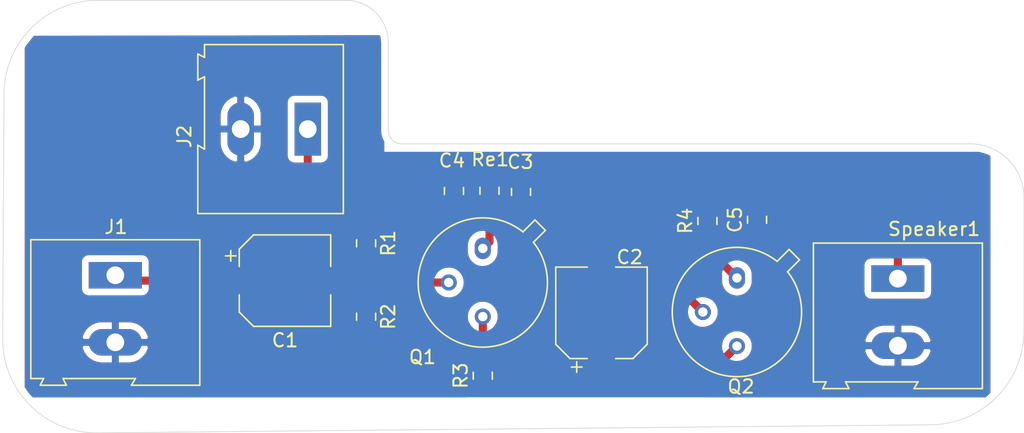
<source format=kicad_pcb>
(kicad_pcb (version 20171130) (host pcbnew "(5.1.4)-1")

  (general
    (thickness 1.6)
    (drawings 12)
    (tracks 37)
    (zones 0)
    (modules 15)
    (nets 10)
  )

  (page A4)
  (title_block
    (title "Mājas darbs ")
    (date 2020-11-02)
    (rev V1.0)
    (company VeA)
    (comment 1 "Alekss mēģina")
  )

  (layers
    (0 F.Cu signal)
    (31 B.Cu signal)
    (32 B.Adhes user)
    (33 F.Adhes user)
    (34 B.Paste user)
    (35 F.Paste user)
    (36 B.SilkS user)
    (37 F.SilkS user)
    (38 B.Mask user)
    (39 F.Mask user)
    (40 Dwgs.User user)
    (41 Cmts.User user)
    (42 Eco1.User user)
    (43 Eco2.User user)
    (44 Edge.Cuts user)
    (45 Margin user)
    (46 B.CrtYd user)
    (47 F.CrtYd user)
    (48 B.Fab user)
    (49 F.Fab user)
  )

  (setup
    (last_trace_width 0.6)
    (user_trace_width 0.4)
    (user_trace_width 0.6)
    (trace_clearance 0.2)
    (zone_clearance 0.508)
    (zone_45_only no)
    (trace_min 0.2)
    (via_size 0.8)
    (via_drill 0.4)
    (via_min_size 0.4)
    (via_min_drill 0.3)
    (uvia_size 0.3)
    (uvia_drill 0.1)
    (uvias_allowed no)
    (uvia_min_size 0.2)
    (uvia_min_drill 0.1)
    (edge_width 0.05)
    (segment_width 0.2)
    (pcb_text_width 0.3)
    (pcb_text_size 1.5 1.5)
    (mod_edge_width 0.12)
    (mod_text_size 1 1)
    (mod_text_width 0.15)
    (pad_size 1.524 1.524)
    (pad_drill 0.762)
    (pad_to_mask_clearance 0.051)
    (solder_mask_min_width 0.25)
    (aux_axis_origin 0 0)
    (visible_elements 7FFFF7FF)
    (pcbplotparams
      (layerselection 0x010f0_ffffffff)
      (usegerberextensions false)
      (usegerberattributes false)
      (usegerberadvancedattributes false)
      (creategerberjobfile false)
      (excludeedgelayer true)
      (linewidth 0.100000)
      (plotframeref false)
      (viasonmask false)
      (mode 1)
      (useauxorigin false)
      (hpglpennumber 1)
      (hpglpenspeed 20)
      (hpglpendiameter 15.000000)
      (psnegative false)
      (psa4output false)
      (plotreference true)
      (plotvalue true)
      (plotinvisibletext false)
      (padsonsilk true)
      (subtractmaskfromsilk true)
      (outputformat 1)
      (mirror false)
      (drillshape 0)
      (scaleselection 1)
      (outputdirectory ""))
  )

  (net 0 "")
  (net 1 "Net-(C1-Pad2)")
  (net 2 "Net-(C1-Pad1)")
  (net 3 "Net-(C2-Pad2)")
  (net 4 "Net-(C2-Pad1)")
  (net 5 GND)
  (net 6 "Net-(C3-Pad1)")
  (net 7 +12V)
  (net 8 "Net-(C5-Pad2)")
  (net 9 "Net-(C5-Pad1)")

  (net_class Default "This is the default net class."
    (clearance 0.2)
    (trace_width 0.25)
    (via_dia 0.8)
    (via_drill 0.4)
    (uvia_dia 0.3)
    (uvia_drill 0.1)
    (add_net +12V)
    (add_net GND)
    (add_net "Net-(C1-Pad1)")
    (add_net "Net-(C1-Pad2)")
    (add_net "Net-(C2-Pad1)")
    (add_net "Net-(C2-Pad2)")
    (add_net "Net-(C3-Pad1)")
    (add_net "Net-(C5-Pad1)")
    (add_net "Net-(C5-Pad2)")
  )

  (net_class Mans ""
    (clearance 0.2)
    (trace_width 0.25)
    (via_dia 0.6)
    (via_drill 0.4)
    (uvia_dia 0.3)
    (uvia_drill 0.1)
  )

  (module Resistor_SMD:R_0805_2012Metric (layer F.Cu) (tedit 5B36C52B) (tstamp 5FB560C6)
    (at 181.45 114.4625 270)
    (descr "Resistor SMD 0805 (2012 Metric), square (rectangular) end terminal, IPC_7351 nominal, (Body size source: https://docs.google.com/spreadsheets/d/1BsfQQcO9C6DZCsRaXUlFlo91Tg2WpOkGARC1WS5S8t0/edit?usp=sharing), generated with kicad-footprint-generator")
    (tags resistor)
    (path /5F872BE7)
    (attr smd)
    (fp_text reference R1 (at 0 -1.65 90) (layer F.SilkS)
      (effects (font (size 1 1) (thickness 0.15)))
    )
    (fp_text value 1K1 (at 0 1.65 90) (layer F.Fab)
      (effects (font (size 1 1) (thickness 0.15)))
    )
    (fp_text user %R (at 0 0 90) (layer F.Fab)
      (effects (font (size 0.5 0.5) (thickness 0.08)))
    )
    (fp_line (start 1.68 0.95) (end -1.68 0.95) (layer F.CrtYd) (width 0.05))
    (fp_line (start 1.68 -0.95) (end 1.68 0.95) (layer F.CrtYd) (width 0.05))
    (fp_line (start -1.68 -0.95) (end 1.68 -0.95) (layer F.CrtYd) (width 0.05))
    (fp_line (start -1.68 0.95) (end -1.68 -0.95) (layer F.CrtYd) (width 0.05))
    (fp_line (start -0.258578 0.71) (end 0.258578 0.71) (layer F.SilkS) (width 0.12))
    (fp_line (start -0.258578 -0.71) (end 0.258578 -0.71) (layer F.SilkS) (width 0.12))
    (fp_line (start 1 0.6) (end -1 0.6) (layer F.Fab) (width 0.1))
    (fp_line (start 1 -0.6) (end 1 0.6) (layer F.Fab) (width 0.1))
    (fp_line (start -1 -0.6) (end 1 -0.6) (layer F.Fab) (width 0.1))
    (fp_line (start -1 0.6) (end -1 -0.6) (layer F.Fab) (width 0.1))
    (pad 2 smd roundrect (at 0.9375 0 270) (size 0.975 1.4) (layers F.Cu F.Paste F.Mask) (roundrect_rratio 0.25)
      (net 1 "Net-(C1-Pad2)"))
    (pad 1 smd roundrect (at -0.9375 0 270) (size 0.975 1.4) (layers F.Cu F.Paste F.Mask) (roundrect_rratio 0.25)
      (net 7 +12V))
    (model ${KISYS3DMOD}/Resistor_SMD.3dshapes/R_0805_2012Metric.wrl
      (at (xyz 0 0 0))
      (scale (xyz 1 1 1))
      (rotate (xyz 0 0 0))
    )
  )

  (module TerminalBlock:TerminalBlock_Altech_AK300-2_P5.00mm (layer F.Cu) (tedit 59FF0306) (tstamp 5FB498C9)
    (at 177.1 105.95 180)
    (descr "Altech AK300 terminal block, pitch 5.0mm, 45 degree angled, see http://www.mouser.com/ds/2/16/PCBMETRC-24178.pdf")
    (tags "Altech AK300 terminal block pitch 5.0mm")
    (path /5FB45609)
    (fp_text reference J2 (at 9.2 -0.55 90) (layer F.SilkS)
      (effects (font (size 1 1) (thickness 0.15)))
    )
    (fp_text value Power (at 2.78 7.75) (layer F.Fab)
      (effects (font (size 1 1) (thickness 0.15)))
    )
    (fp_arc (start -1.13 -4.65) (end -1.42 -4.13) (angle 104.2) (layer F.Fab) (width 0.1))
    (fp_arc (start -0.01 -3.71) (end -1.62 -5) (angle 100) (layer F.Fab) (width 0.1))
    (fp_arc (start 0.06 -6.07) (end 1.53 -4.12) (angle 75.5) (layer F.Fab) (width 0.1))
    (fp_arc (start 1.03 -4.59) (end 1.53 -5.05) (angle 90.5) (layer F.Fab) (width 0.1))
    (fp_arc (start 3.87 -4.65) (end 3.58 -4.13) (angle 104.2) (layer F.Fab) (width 0.1))
    (fp_arc (start 4.99 -3.71) (end 3.39 -5) (angle 100) (layer F.Fab) (width 0.1))
    (fp_arc (start 5.07 -6.07) (end 6.53 -4.12) (angle 75.5) (layer F.Fab) (width 0.1))
    (fp_arc (start 6.03 -4.59) (end 6.54 -5.05) (angle 90.5) (layer F.Fab) (width 0.1))
    (fp_line (start 8.36 6.47) (end -2.83 6.47) (layer F.CrtYd) (width 0.05))
    (fp_line (start 8.36 6.47) (end 8.36 -6.47) (layer F.CrtYd) (width 0.05))
    (fp_line (start -2.83 -6.47) (end -2.83 6.47) (layer F.CrtYd) (width 0.05))
    (fp_line (start -2.83 -6.47) (end 8.36 -6.47) (layer F.CrtYd) (width 0.05))
    (fp_line (start 3.36 -0.25) (end 6.67 -0.25) (layer F.Fab) (width 0.1))
    (fp_line (start 2.98 -0.25) (end 3.36 -0.25) (layer F.Fab) (width 0.1))
    (fp_line (start 7.05 -0.25) (end 6.67 -0.25) (layer F.Fab) (width 0.1))
    (fp_line (start 6.67 -0.64) (end 3.36 -0.64) (layer F.Fab) (width 0.1))
    (fp_line (start 7.61 -0.64) (end 6.67 -0.64) (layer F.Fab) (width 0.1))
    (fp_line (start 1.66 -0.64) (end 3.36 -0.64) (layer F.Fab) (width 0.1))
    (fp_line (start -1.64 -0.64) (end 1.66 -0.64) (layer F.Fab) (width 0.1))
    (fp_line (start -2.58 -0.64) (end -1.64 -0.64) (layer F.Fab) (width 0.1))
    (fp_line (start 1.66 -0.25) (end -1.64 -0.25) (layer F.Fab) (width 0.1))
    (fp_line (start 2.04 -0.25) (end 1.66 -0.25) (layer F.Fab) (width 0.1))
    (fp_line (start -2.02 -0.25) (end -1.64 -0.25) (layer F.Fab) (width 0.1))
    (fp_line (start -1.49 -4.32) (end 1.56 -4.95) (layer F.Fab) (width 0.1))
    (fp_line (start -1.62 -4.45) (end 1.44 -5.08) (layer F.Fab) (width 0.1))
    (fp_line (start 3.52 -4.32) (end 6.56 -4.95) (layer F.Fab) (width 0.1))
    (fp_line (start 3.39 -4.45) (end 6.44 -5.08) (layer F.Fab) (width 0.1))
    (fp_line (start 2.04 -5.97) (end -2.02 -5.97) (layer F.Fab) (width 0.1))
    (fp_line (start -2.02 -3.43) (end -2.02 -5.97) (layer F.Fab) (width 0.1))
    (fp_line (start 2.04 -3.43) (end -2.02 -3.43) (layer F.Fab) (width 0.1))
    (fp_line (start 2.04 -3.43) (end 2.04 -5.97) (layer F.Fab) (width 0.1))
    (fp_line (start 7.05 -3.43) (end 2.98 -3.43) (layer F.Fab) (width 0.1))
    (fp_line (start 7.05 -5.97) (end 7.05 -3.43) (layer F.Fab) (width 0.1))
    (fp_line (start 2.98 -5.97) (end 7.05 -5.97) (layer F.Fab) (width 0.1))
    (fp_line (start 2.98 -3.43) (end 2.98 -5.97) (layer F.Fab) (width 0.1))
    (fp_line (start 7.61 -3.17) (end 7.61 -1.65) (layer F.Fab) (width 0.1))
    (fp_line (start -2.58 -3.17) (end -2.58 -6.22) (layer F.Fab) (width 0.1))
    (fp_line (start -2.58 -3.17) (end 7.61 -3.17) (layer F.Fab) (width 0.1))
    (fp_line (start 7.61 -0.64) (end 7.61 4.06) (layer F.Fab) (width 0.1))
    (fp_line (start 7.61 -1.65) (end 7.61 -0.64) (layer F.Fab) (width 0.1))
    (fp_line (start -2.58 -0.64) (end -2.58 -3.17) (layer F.Fab) (width 0.1))
    (fp_line (start -2.58 6.22) (end -2.58 -0.64) (layer F.Fab) (width 0.1))
    (fp_line (start 6.67 0.51) (end 6.28 0.51) (layer F.Fab) (width 0.1))
    (fp_line (start 3.36 0.51) (end 3.74 0.51) (layer F.Fab) (width 0.1))
    (fp_line (start 1.66 0.51) (end 1.28 0.51) (layer F.Fab) (width 0.1))
    (fp_line (start -1.64 0.51) (end -1.26 0.51) (layer F.Fab) (width 0.1))
    (fp_line (start -1.64 3.68) (end -1.64 0.51) (layer F.Fab) (width 0.1))
    (fp_line (start 1.66 3.68) (end -1.64 3.68) (layer F.Fab) (width 0.1))
    (fp_line (start 1.66 3.68) (end 1.66 0.51) (layer F.Fab) (width 0.1))
    (fp_line (start 3.36 3.68) (end 3.36 0.51) (layer F.Fab) (width 0.1))
    (fp_line (start 6.67 3.68) (end 3.36 3.68) (layer F.Fab) (width 0.1))
    (fp_line (start 6.67 3.68) (end 6.67 0.51) (layer F.Fab) (width 0.1))
    (fp_line (start -2.02 4.32) (end -2.02 6.22) (layer F.Fab) (width 0.1))
    (fp_line (start 2.04 4.32) (end 2.04 -0.25) (layer F.Fab) (width 0.1))
    (fp_line (start 2.04 4.32) (end -2.02 4.32) (layer F.Fab) (width 0.1))
    (fp_line (start 7.05 4.32) (end 7.05 6.22) (layer F.Fab) (width 0.1))
    (fp_line (start 2.98 4.32) (end 2.98 -0.25) (layer F.Fab) (width 0.1))
    (fp_line (start 2.98 4.32) (end 7.05 4.32) (layer F.Fab) (width 0.1))
    (fp_line (start -2.02 6.22) (end 2.04 6.22) (layer F.Fab) (width 0.1))
    (fp_line (start -2.58 6.22) (end -2.02 6.22) (layer F.Fab) (width 0.1))
    (fp_line (start -2.02 -0.25) (end -2.02 4.32) (layer F.Fab) (width 0.1))
    (fp_line (start 2.04 6.22) (end 2.98 6.22) (layer F.Fab) (width 0.1))
    (fp_line (start 2.04 6.22) (end 2.04 4.32) (layer F.Fab) (width 0.1))
    (fp_line (start 7.05 6.22) (end 7.61 6.22) (layer F.Fab) (width 0.1))
    (fp_line (start 2.98 6.22) (end 7.05 6.22) (layer F.Fab) (width 0.1))
    (fp_line (start 7.05 -0.25) (end 7.05 4.32) (layer F.Fab) (width 0.1))
    (fp_line (start 2.98 6.22) (end 2.98 4.32) (layer F.Fab) (width 0.1))
    (fp_line (start 8.11 3.81) (end 8.11 5.46) (layer F.Fab) (width 0.1))
    (fp_line (start 7.61 4.06) (end 7.61 5.21) (layer F.Fab) (width 0.1))
    (fp_line (start 8.11 3.81) (end 7.61 4.06) (layer F.Fab) (width 0.1))
    (fp_line (start 7.61 5.21) (end 7.61 6.22) (layer F.Fab) (width 0.1))
    (fp_line (start 8.11 5.46) (end 7.61 5.21) (layer F.Fab) (width 0.1))
    (fp_line (start 8.11 -1.4) (end 7.61 -1.65) (layer F.Fab) (width 0.1))
    (fp_line (start 8.11 -6.22) (end 8.11 -1.4) (layer F.Fab) (width 0.1))
    (fp_line (start 7.61 -6.22) (end 8.11 -6.22) (layer F.Fab) (width 0.1))
    (fp_line (start 7.61 -6.22) (end -2.58 -6.22) (layer F.Fab) (width 0.1))
    (fp_line (start 7.61 -6.22) (end 7.61 -3.17) (layer F.Fab) (width 0.1))
    (fp_line (start 3.74 2.54) (end 3.74 -0.25) (layer F.Fab) (width 0.1))
    (fp_line (start 3.74 -0.25) (end 6.28 -0.25) (layer F.Fab) (width 0.1))
    (fp_line (start 6.28 2.54) (end 6.28 -0.25) (layer F.Fab) (width 0.1))
    (fp_line (start 3.74 2.54) (end 6.28 2.54) (layer F.Fab) (width 0.1))
    (fp_line (start -1.26 2.54) (end -1.26 -0.25) (layer F.Fab) (width 0.1))
    (fp_line (start -1.26 -0.25) (end 1.28 -0.25) (layer F.Fab) (width 0.1))
    (fp_line (start 1.28 2.54) (end 1.28 -0.25) (layer F.Fab) (width 0.1))
    (fp_line (start -1.26 2.54) (end 1.28 2.54) (layer F.Fab) (width 0.1))
    (fp_line (start 8.2 -6.3) (end -2.65 -6.3) (layer F.SilkS) (width 0.12))
    (fp_line (start 8.2 -1.2) (end 8.2 -6.3) (layer F.SilkS) (width 0.12))
    (fp_line (start 7.7 -1.5) (end 8.2 -1.2) (layer F.SilkS) (width 0.12))
    (fp_line (start 7.7 3.9) (end 7.7 -1.5) (layer F.SilkS) (width 0.12))
    (fp_line (start 8.2 3.65) (end 7.7 3.9) (layer F.SilkS) (width 0.12))
    (fp_line (start 8.2 3.7) (end 8.2 3.65) (layer F.SilkS) (width 0.12))
    (fp_line (start 8.2 5.6) (end 8.2 3.7) (layer F.SilkS) (width 0.12))
    (fp_line (start 7.7 5.35) (end 8.2 5.6) (layer F.SilkS) (width 0.12))
    (fp_line (start 7.7 6.3) (end 7.7 5.35) (layer F.SilkS) (width 0.12))
    (fp_line (start -2.65 6.3) (end 7.7 6.3) (layer F.SilkS) (width 0.12))
    (fp_line (start -2.65 -6.3) (end -2.65 6.3) (layer F.SilkS) (width 0.12))
    (fp_text user %R (at 3.05 -0.2) (layer F.Fab)
      (effects (font (size 1 1) (thickness 0.15)))
    )
    (pad 2 thru_hole oval (at 5 0 180) (size 1.98 3.96) (drill 1.32) (layers *.Cu *.Mask)
      (net 5 GND))
    (pad 1 thru_hole rect (at 0 0 180) (size 1.98 3.96) (drill 1.32) (layers *.Cu *.Mask)
      (net 7 +12V))
    (model ${KISYS3DMOD}/TerminalBlock.3dshapes/TerminalBlock_Altech_AK300-2_P5.00mm.wrl
      (at (xyz 0 0 0))
      (scale (xyz 1 1 1))
      (rotate (xyz 0 0 0))
    )
  )

  (module TerminalBlock:TerminalBlock_Altech_AK300-2_P5.00mm (layer F.Cu) (tedit 59FF0306) (tstamp 5FB43CE0)
    (at 221.1 117.1 270)
    (descr "Altech AK300 terminal block, pitch 5.0mm, 45 degree angled, see http://www.mouser.com/ds/2/16/PCBMETRC-24178.pdf")
    (tags "Altech AK300 terminal block pitch 5.0mm")
    (path /5F86E00F)
    (fp_text reference Speaker1 (at -3.7 -2.7 180) (layer F.SilkS)
      (effects (font (size 1 1) (thickness 0.15)))
    )
    (fp_text value "8 ohm " (at 2.78 7.75 90) (layer F.Fab)
      (effects (font (size 1 1) (thickness 0.15)))
    )
    (fp_arc (start -1.13 -4.65) (end -1.42 -4.13) (angle 104.2) (layer F.Fab) (width 0.1))
    (fp_arc (start -0.01 -3.71) (end -1.62 -5) (angle 100) (layer F.Fab) (width 0.1))
    (fp_arc (start 0.06 -6.07) (end 1.53 -4.12) (angle 75.5) (layer F.Fab) (width 0.1))
    (fp_arc (start 1.03 -4.59) (end 1.53 -5.05) (angle 90.5) (layer F.Fab) (width 0.1))
    (fp_arc (start 3.87 -4.65) (end 3.58 -4.13) (angle 104.2) (layer F.Fab) (width 0.1))
    (fp_arc (start 4.99 -3.71) (end 3.39 -5) (angle 100) (layer F.Fab) (width 0.1))
    (fp_arc (start 5.07 -6.07) (end 6.53 -4.12) (angle 75.5) (layer F.Fab) (width 0.1))
    (fp_arc (start 6.03 -4.59) (end 6.54 -5.05) (angle 90.5) (layer F.Fab) (width 0.1))
    (fp_line (start 8.36 6.47) (end -2.83 6.47) (layer F.CrtYd) (width 0.05))
    (fp_line (start 8.36 6.47) (end 8.36 -6.47) (layer F.CrtYd) (width 0.05))
    (fp_line (start -2.83 -6.47) (end -2.83 6.47) (layer F.CrtYd) (width 0.05))
    (fp_line (start -2.83 -6.47) (end 8.36 -6.47) (layer F.CrtYd) (width 0.05))
    (fp_line (start 3.36 -0.25) (end 6.67 -0.25) (layer F.Fab) (width 0.1))
    (fp_line (start 2.98 -0.25) (end 3.36 -0.25) (layer F.Fab) (width 0.1))
    (fp_line (start 7.05 -0.25) (end 6.67 -0.25) (layer F.Fab) (width 0.1))
    (fp_line (start 6.67 -0.64) (end 3.36 -0.64) (layer F.Fab) (width 0.1))
    (fp_line (start 7.61 -0.64) (end 6.67 -0.64) (layer F.Fab) (width 0.1))
    (fp_line (start 1.66 -0.64) (end 3.36 -0.64) (layer F.Fab) (width 0.1))
    (fp_line (start -1.64 -0.64) (end 1.66 -0.64) (layer F.Fab) (width 0.1))
    (fp_line (start -2.58 -0.64) (end -1.64 -0.64) (layer F.Fab) (width 0.1))
    (fp_line (start 1.66 -0.25) (end -1.64 -0.25) (layer F.Fab) (width 0.1))
    (fp_line (start 2.04 -0.25) (end 1.66 -0.25) (layer F.Fab) (width 0.1))
    (fp_line (start -2.02 -0.25) (end -1.64 -0.25) (layer F.Fab) (width 0.1))
    (fp_line (start -1.49 -4.32) (end 1.56 -4.95) (layer F.Fab) (width 0.1))
    (fp_line (start -1.62 -4.45) (end 1.44 -5.08) (layer F.Fab) (width 0.1))
    (fp_line (start 3.52 -4.32) (end 6.56 -4.95) (layer F.Fab) (width 0.1))
    (fp_line (start 3.39 -4.45) (end 6.44 -5.08) (layer F.Fab) (width 0.1))
    (fp_line (start 2.04 -5.97) (end -2.02 -5.97) (layer F.Fab) (width 0.1))
    (fp_line (start -2.02 -3.43) (end -2.02 -5.97) (layer F.Fab) (width 0.1))
    (fp_line (start 2.04 -3.43) (end -2.02 -3.43) (layer F.Fab) (width 0.1))
    (fp_line (start 2.04 -3.43) (end 2.04 -5.97) (layer F.Fab) (width 0.1))
    (fp_line (start 7.05 -3.43) (end 2.98 -3.43) (layer F.Fab) (width 0.1))
    (fp_line (start 7.05 -5.97) (end 7.05 -3.43) (layer F.Fab) (width 0.1))
    (fp_line (start 2.98 -5.97) (end 7.05 -5.97) (layer F.Fab) (width 0.1))
    (fp_line (start 2.98 -3.43) (end 2.98 -5.97) (layer F.Fab) (width 0.1))
    (fp_line (start 7.61 -3.17) (end 7.61 -1.65) (layer F.Fab) (width 0.1))
    (fp_line (start -2.58 -3.17) (end -2.58 -6.22) (layer F.Fab) (width 0.1))
    (fp_line (start -2.58 -3.17) (end 7.61 -3.17) (layer F.Fab) (width 0.1))
    (fp_line (start 7.61 -0.64) (end 7.61 4.06) (layer F.Fab) (width 0.1))
    (fp_line (start 7.61 -1.65) (end 7.61 -0.64) (layer F.Fab) (width 0.1))
    (fp_line (start -2.58 -0.64) (end -2.58 -3.17) (layer F.Fab) (width 0.1))
    (fp_line (start -2.58 6.22) (end -2.58 -0.64) (layer F.Fab) (width 0.1))
    (fp_line (start 6.67 0.51) (end 6.28 0.51) (layer F.Fab) (width 0.1))
    (fp_line (start 3.36 0.51) (end 3.74 0.51) (layer F.Fab) (width 0.1))
    (fp_line (start 1.66 0.51) (end 1.28 0.51) (layer F.Fab) (width 0.1))
    (fp_line (start -1.64 0.51) (end -1.26 0.51) (layer F.Fab) (width 0.1))
    (fp_line (start -1.64 3.68) (end -1.64 0.51) (layer F.Fab) (width 0.1))
    (fp_line (start 1.66 3.68) (end -1.64 3.68) (layer F.Fab) (width 0.1))
    (fp_line (start 1.66 3.68) (end 1.66 0.51) (layer F.Fab) (width 0.1))
    (fp_line (start 3.36 3.68) (end 3.36 0.51) (layer F.Fab) (width 0.1))
    (fp_line (start 6.67 3.68) (end 3.36 3.68) (layer F.Fab) (width 0.1))
    (fp_line (start 6.67 3.68) (end 6.67 0.51) (layer F.Fab) (width 0.1))
    (fp_line (start -2.02 4.32) (end -2.02 6.22) (layer F.Fab) (width 0.1))
    (fp_line (start 2.04 4.32) (end 2.04 -0.25) (layer F.Fab) (width 0.1))
    (fp_line (start 2.04 4.32) (end -2.02 4.32) (layer F.Fab) (width 0.1))
    (fp_line (start 7.05 4.32) (end 7.05 6.22) (layer F.Fab) (width 0.1))
    (fp_line (start 2.98 4.32) (end 2.98 -0.25) (layer F.Fab) (width 0.1))
    (fp_line (start 2.98 4.32) (end 7.05 4.32) (layer F.Fab) (width 0.1))
    (fp_line (start -2.02 6.22) (end 2.04 6.22) (layer F.Fab) (width 0.1))
    (fp_line (start -2.58 6.22) (end -2.02 6.22) (layer F.Fab) (width 0.1))
    (fp_line (start -2.02 -0.25) (end -2.02 4.32) (layer F.Fab) (width 0.1))
    (fp_line (start 2.04 6.22) (end 2.98 6.22) (layer F.Fab) (width 0.1))
    (fp_line (start 2.04 6.22) (end 2.04 4.32) (layer F.Fab) (width 0.1))
    (fp_line (start 7.05 6.22) (end 7.61 6.22) (layer F.Fab) (width 0.1))
    (fp_line (start 2.98 6.22) (end 7.05 6.22) (layer F.Fab) (width 0.1))
    (fp_line (start 7.05 -0.25) (end 7.05 4.32) (layer F.Fab) (width 0.1))
    (fp_line (start 2.98 6.22) (end 2.98 4.32) (layer F.Fab) (width 0.1))
    (fp_line (start 8.11 3.81) (end 8.11 5.46) (layer F.Fab) (width 0.1))
    (fp_line (start 7.61 4.06) (end 7.61 5.21) (layer F.Fab) (width 0.1))
    (fp_line (start 8.11 3.81) (end 7.61 4.06) (layer F.Fab) (width 0.1))
    (fp_line (start 7.61 5.21) (end 7.61 6.22) (layer F.Fab) (width 0.1))
    (fp_line (start 8.11 5.46) (end 7.61 5.21) (layer F.Fab) (width 0.1))
    (fp_line (start 8.11 -1.4) (end 7.61 -1.65) (layer F.Fab) (width 0.1))
    (fp_line (start 8.11 -6.22) (end 8.11 -1.4) (layer F.Fab) (width 0.1))
    (fp_line (start 7.61 -6.22) (end 8.11 -6.22) (layer F.Fab) (width 0.1))
    (fp_line (start 7.61 -6.22) (end -2.58 -6.22) (layer F.Fab) (width 0.1))
    (fp_line (start 7.61 -6.22) (end 7.61 -3.17) (layer F.Fab) (width 0.1))
    (fp_line (start 3.74 2.54) (end 3.74 -0.25) (layer F.Fab) (width 0.1))
    (fp_line (start 3.74 -0.25) (end 6.28 -0.25) (layer F.Fab) (width 0.1))
    (fp_line (start 6.28 2.54) (end 6.28 -0.25) (layer F.Fab) (width 0.1))
    (fp_line (start 3.74 2.54) (end 6.28 2.54) (layer F.Fab) (width 0.1))
    (fp_line (start -1.26 2.54) (end -1.26 -0.25) (layer F.Fab) (width 0.1))
    (fp_line (start -1.26 -0.25) (end 1.28 -0.25) (layer F.Fab) (width 0.1))
    (fp_line (start 1.28 2.54) (end 1.28 -0.25) (layer F.Fab) (width 0.1))
    (fp_line (start -1.26 2.54) (end 1.28 2.54) (layer F.Fab) (width 0.1))
    (fp_line (start 8.2 -6.3) (end -2.65 -6.3) (layer F.SilkS) (width 0.12))
    (fp_line (start 8.2 -1.2) (end 8.2 -6.3) (layer F.SilkS) (width 0.12))
    (fp_line (start 7.7 -1.5) (end 8.2 -1.2) (layer F.SilkS) (width 0.12))
    (fp_line (start 7.7 3.9) (end 7.7 -1.5) (layer F.SilkS) (width 0.12))
    (fp_line (start 8.2 3.65) (end 7.7 3.9) (layer F.SilkS) (width 0.12))
    (fp_line (start 8.2 3.7) (end 8.2 3.65) (layer F.SilkS) (width 0.12))
    (fp_line (start 8.2 5.6) (end 8.2 3.7) (layer F.SilkS) (width 0.12))
    (fp_line (start 7.7 5.35) (end 8.2 5.6) (layer F.SilkS) (width 0.12))
    (fp_line (start 7.7 6.3) (end 7.7 5.35) (layer F.SilkS) (width 0.12))
    (fp_line (start -2.65 6.3) (end 7.7 6.3) (layer F.SilkS) (width 0.12))
    (fp_line (start -2.65 -6.3) (end -2.65 6.3) (layer F.SilkS) (width 0.12))
    (fp_text user %R (at 0.65 -1.95 90) (layer F.Fab)
      (effects (font (size 1 1) (thickness 0.15)))
    )
    (pad 2 thru_hole oval (at 5 0 270) (size 1.98 3.96) (drill 1.32) (layers *.Cu *.Mask)
      (net 5 GND))
    (pad 1 thru_hole rect (at 0 0 270) (size 1.98 3.96) (drill 1.32) (layers *.Cu *.Mask)
      (net 8 "Net-(C5-Pad2)"))
    (model ${KISYS3DMOD}/TerminalBlock.3dshapes/TerminalBlock_Altech_AK300-2_P5.00mm.wrl
      (at (xyz 0 0 0))
      (scale (xyz 1 1 1))
      (rotate (xyz 0 0 0))
    )
  )

  (module TerminalBlock:TerminalBlock_Altech_AK300-2_P5.00mm (layer F.Cu) (tedit 59FF0306) (tstamp 5FB43BA9)
    (at 162.75 116.85 270)
    (descr "Altech AK300 terminal block, pitch 5.0mm, 45 degree angled, see http://www.mouser.com/ds/2/16/PCBMETRC-24178.pdf")
    (tags "Altech AK300 terminal block pitch 5.0mm")
    (path /5F8866FB)
    (fp_text reference J1 (at -3.6 -0.05 180) (layer F.SilkS)
      (effects (font (size 1 1) (thickness 0.15)))
    )
    (fp_text value ETB06 (at 2.78 7.75 90) (layer F.Fab)
      (effects (font (size 1 1) (thickness 0.15)))
    )
    (fp_arc (start -1.13 -4.65) (end -1.42 -4.13) (angle 104.2) (layer F.Fab) (width 0.1))
    (fp_arc (start -0.01 -3.71) (end -1.62 -5) (angle 100) (layer F.Fab) (width 0.1))
    (fp_arc (start 0.06 -6.07) (end 1.53 -4.12) (angle 75.5) (layer F.Fab) (width 0.1))
    (fp_arc (start 1.03 -4.59) (end 1.53 -5.05) (angle 90.5) (layer F.Fab) (width 0.1))
    (fp_arc (start 3.87 -4.65) (end 3.58 -4.13) (angle 104.2) (layer F.Fab) (width 0.1))
    (fp_arc (start 4.99 -3.71) (end 3.39 -5) (angle 100) (layer F.Fab) (width 0.1))
    (fp_arc (start 5.07 -6.07) (end 6.53 -4.12) (angle 75.5) (layer F.Fab) (width 0.1))
    (fp_arc (start 6.03 -4.59) (end 6.54 -5.05) (angle 90.5) (layer F.Fab) (width 0.1))
    (fp_line (start 8.36 6.47) (end -2.83 6.47) (layer F.CrtYd) (width 0.05))
    (fp_line (start 8.36 6.47) (end 8.36 -6.47) (layer F.CrtYd) (width 0.05))
    (fp_line (start -2.83 -6.47) (end -2.83 6.47) (layer F.CrtYd) (width 0.05))
    (fp_line (start -2.83 -6.47) (end 8.36 -6.47) (layer F.CrtYd) (width 0.05))
    (fp_line (start 3.36 -0.25) (end 6.67 -0.25) (layer F.Fab) (width 0.1))
    (fp_line (start 2.98 -0.25) (end 3.36 -0.25) (layer F.Fab) (width 0.1))
    (fp_line (start 7.05 -0.25) (end 6.67 -0.25) (layer F.Fab) (width 0.1))
    (fp_line (start 6.67 -0.64) (end 3.36 -0.64) (layer F.Fab) (width 0.1))
    (fp_line (start 7.61 -0.64) (end 6.67 -0.64) (layer F.Fab) (width 0.1))
    (fp_line (start 1.66 -0.64) (end 3.36 -0.64) (layer F.Fab) (width 0.1))
    (fp_line (start -1.64 -0.64) (end 1.66 -0.64) (layer F.Fab) (width 0.1))
    (fp_line (start -2.58 -0.64) (end -1.64 -0.64) (layer F.Fab) (width 0.1))
    (fp_line (start 1.66 -0.25) (end -1.64 -0.25) (layer F.Fab) (width 0.1))
    (fp_line (start 2.04 -0.25) (end 1.66 -0.25) (layer F.Fab) (width 0.1))
    (fp_line (start -2.02 -0.25) (end -1.64 -0.25) (layer F.Fab) (width 0.1))
    (fp_line (start -1.49 -4.32) (end 1.56 -4.95) (layer F.Fab) (width 0.1))
    (fp_line (start -1.62 -4.45) (end 1.44 -5.08) (layer F.Fab) (width 0.1))
    (fp_line (start 3.52 -4.32) (end 6.56 -4.95) (layer F.Fab) (width 0.1))
    (fp_line (start 3.39 -4.45) (end 6.44 -5.08) (layer F.Fab) (width 0.1))
    (fp_line (start 2.04 -5.97) (end -2.02 -5.97) (layer F.Fab) (width 0.1))
    (fp_line (start -2.02 -3.43) (end -2.02 -5.97) (layer F.Fab) (width 0.1))
    (fp_line (start 2.04 -3.43) (end -2.02 -3.43) (layer F.Fab) (width 0.1))
    (fp_line (start 2.04 -3.43) (end 2.04 -5.97) (layer F.Fab) (width 0.1))
    (fp_line (start 7.05 -3.43) (end 2.98 -3.43) (layer F.Fab) (width 0.1))
    (fp_line (start 7.05 -5.97) (end 7.05 -3.43) (layer F.Fab) (width 0.1))
    (fp_line (start 2.98 -5.97) (end 7.05 -5.97) (layer F.Fab) (width 0.1))
    (fp_line (start 2.98 -3.43) (end 2.98 -5.97) (layer F.Fab) (width 0.1))
    (fp_line (start 7.61 -3.17) (end 7.61 -1.65) (layer F.Fab) (width 0.1))
    (fp_line (start -2.58 -3.17) (end -2.58 -6.22) (layer F.Fab) (width 0.1))
    (fp_line (start -2.58 -3.17) (end 7.61 -3.17) (layer F.Fab) (width 0.1))
    (fp_line (start 7.61 -0.64) (end 7.61 4.06) (layer F.Fab) (width 0.1))
    (fp_line (start 7.61 -1.65) (end 7.61 -0.64) (layer F.Fab) (width 0.1))
    (fp_line (start -2.58 -0.64) (end -2.58 -3.17) (layer F.Fab) (width 0.1))
    (fp_line (start -2.58 6.22) (end -2.58 -0.64) (layer F.Fab) (width 0.1))
    (fp_line (start 6.67 0.51) (end 6.28 0.51) (layer F.Fab) (width 0.1))
    (fp_line (start 3.36 0.51) (end 3.74 0.51) (layer F.Fab) (width 0.1))
    (fp_line (start 1.66 0.51) (end 1.28 0.51) (layer F.Fab) (width 0.1))
    (fp_line (start -1.64 0.51) (end -1.26 0.51) (layer F.Fab) (width 0.1))
    (fp_line (start -1.64 3.68) (end -1.64 0.51) (layer F.Fab) (width 0.1))
    (fp_line (start 1.66 3.68) (end -1.64 3.68) (layer F.Fab) (width 0.1))
    (fp_line (start 1.66 3.68) (end 1.66 0.51) (layer F.Fab) (width 0.1))
    (fp_line (start 3.36 3.68) (end 3.36 0.51) (layer F.Fab) (width 0.1))
    (fp_line (start 6.67 3.68) (end 3.36 3.68) (layer F.Fab) (width 0.1))
    (fp_line (start 6.67 3.68) (end 6.67 0.51) (layer F.Fab) (width 0.1))
    (fp_line (start -2.02 4.32) (end -2.02 6.22) (layer F.Fab) (width 0.1))
    (fp_line (start 2.04 4.32) (end 2.04 -0.25) (layer F.Fab) (width 0.1))
    (fp_line (start 2.04 4.32) (end -2.02 4.32) (layer F.Fab) (width 0.1))
    (fp_line (start 7.05 4.32) (end 7.05 6.22) (layer F.Fab) (width 0.1))
    (fp_line (start 2.98 4.32) (end 2.98 -0.25) (layer F.Fab) (width 0.1))
    (fp_line (start 2.98 4.32) (end 7.05 4.32) (layer F.Fab) (width 0.1))
    (fp_line (start -2.02 6.22) (end 2.04 6.22) (layer F.Fab) (width 0.1))
    (fp_line (start -2.58 6.22) (end -2.02 6.22) (layer F.Fab) (width 0.1))
    (fp_line (start -2.02 -0.25) (end -2.02 4.32) (layer F.Fab) (width 0.1))
    (fp_line (start 2.04 6.22) (end 2.98 6.22) (layer F.Fab) (width 0.1))
    (fp_line (start 2.04 6.22) (end 2.04 4.32) (layer F.Fab) (width 0.1))
    (fp_line (start 7.05 6.22) (end 7.61 6.22) (layer F.Fab) (width 0.1))
    (fp_line (start 2.98 6.22) (end 7.05 6.22) (layer F.Fab) (width 0.1))
    (fp_line (start 7.05 -0.25) (end 7.05 4.32) (layer F.Fab) (width 0.1))
    (fp_line (start 2.98 6.22) (end 2.98 4.32) (layer F.Fab) (width 0.1))
    (fp_line (start 8.11 3.81) (end 8.11 5.46) (layer F.Fab) (width 0.1))
    (fp_line (start 7.61 4.06) (end 7.61 5.21) (layer F.Fab) (width 0.1))
    (fp_line (start 8.11 3.81) (end 7.61 4.06) (layer F.Fab) (width 0.1))
    (fp_line (start 7.61 5.21) (end 7.61 6.22) (layer F.Fab) (width 0.1))
    (fp_line (start 8.11 5.46) (end 7.61 5.21) (layer F.Fab) (width 0.1))
    (fp_line (start 8.11 -1.4) (end 7.61 -1.65) (layer F.Fab) (width 0.1))
    (fp_line (start 8.11 -6.22) (end 8.11 -1.4) (layer F.Fab) (width 0.1))
    (fp_line (start 7.61 -6.22) (end 8.11 -6.22) (layer F.Fab) (width 0.1))
    (fp_line (start 7.61 -6.22) (end -2.58 -6.22) (layer F.Fab) (width 0.1))
    (fp_line (start 7.61 -6.22) (end 7.61 -3.17) (layer F.Fab) (width 0.1))
    (fp_line (start 3.74 2.54) (end 3.74 -0.25) (layer F.Fab) (width 0.1))
    (fp_line (start 3.74 -0.25) (end 6.28 -0.25) (layer F.Fab) (width 0.1))
    (fp_line (start 6.28 2.54) (end 6.28 -0.25) (layer F.Fab) (width 0.1))
    (fp_line (start 3.74 2.54) (end 6.28 2.54) (layer F.Fab) (width 0.1))
    (fp_line (start -1.26 2.54) (end -1.26 -0.25) (layer F.Fab) (width 0.1))
    (fp_line (start -1.26 -0.25) (end 1.28 -0.25) (layer F.Fab) (width 0.1))
    (fp_line (start 1.28 2.54) (end 1.28 -0.25) (layer F.Fab) (width 0.1))
    (fp_line (start -1.26 2.54) (end 1.28 2.54) (layer F.Fab) (width 0.1))
    (fp_line (start 8.2 -6.3) (end -2.65 -6.3) (layer F.SilkS) (width 0.12))
    (fp_line (start 8.2 -1.2) (end 8.2 -6.3) (layer F.SilkS) (width 0.12))
    (fp_line (start 7.7 -1.5) (end 8.2 -1.2) (layer F.SilkS) (width 0.12))
    (fp_line (start 7.7 3.9) (end 7.7 -1.5) (layer F.SilkS) (width 0.12))
    (fp_line (start 8.2 3.65) (end 7.7 3.9) (layer F.SilkS) (width 0.12))
    (fp_line (start 8.2 3.7) (end 8.2 3.65) (layer F.SilkS) (width 0.12))
    (fp_line (start 8.2 5.6) (end 8.2 3.7) (layer F.SilkS) (width 0.12))
    (fp_line (start 7.7 5.35) (end 8.2 5.6) (layer F.SilkS) (width 0.12))
    (fp_line (start 7.7 6.3) (end 7.7 5.35) (layer F.SilkS) (width 0.12))
    (fp_line (start -2.65 6.3) (end 7.7 6.3) (layer F.SilkS) (width 0.12))
    (fp_line (start -2.65 -6.3) (end -2.65 6.3) (layer F.SilkS) (width 0.12))
    (fp_text user %R (at 2.5 -2 90) (layer F.Fab)
      (effects (font (size 1 1) (thickness 0.15)))
    )
    (pad 2 thru_hole oval (at 5 0 270) (size 1.98 3.96) (drill 1.32) (layers *.Cu *.Mask)
      (net 5 GND))
    (pad 1 thru_hole rect (at 0 0 270) (size 1.98 3.96) (drill 1.32) (layers *.Cu *.Mask)
      (net 2 "Net-(C1-Pad1)"))
    (model ${KISYS3DMOD}/TerminalBlock.3dshapes/TerminalBlock_Altech_AK300-2_P5.00mm.wrl
      (at (xyz 0 0 0))
      (scale (xyz 1 1 1))
      (rotate (xyz 0 0 0))
    )
  )

  (module Resistor_SMD:R_0805_2012Metric (layer F.Cu) (tedit 5B36C52B) (tstamp 5FB435DF)
    (at 190.65 110.55 90)
    (descr "Resistor SMD 0805 (2012 Metric), square (rectangular) end terminal, IPC_7351 nominal, (Body size source: https://docs.google.com/spreadsheets/d/1BsfQQcO9C6DZCsRaXUlFlo91Tg2WpOkGARC1WS5S8t0/edit?usp=sharing), generated with kicad-footprint-generator")
    (tags resistor)
    (path /5F872D97)
    (attr smd)
    (fp_text reference Re1 (at 2.35 0.05 180) (layer F.SilkS)
      (effects (font (size 1 1) (thickness 0.15)))
    )
    (fp_text value 470 (at 0 1.65 90) (layer F.Fab)
      (effects (font (size 1 1) (thickness 0.15)))
    )
    (fp_text user %R (at 0 0 90) (layer F.Fab)
      (effects (font (size 0.5 0.5) (thickness 0.08)))
    )
    (fp_line (start 1.68 0.95) (end -1.68 0.95) (layer F.CrtYd) (width 0.05))
    (fp_line (start 1.68 -0.95) (end 1.68 0.95) (layer F.CrtYd) (width 0.05))
    (fp_line (start -1.68 -0.95) (end 1.68 -0.95) (layer F.CrtYd) (width 0.05))
    (fp_line (start -1.68 0.95) (end -1.68 -0.95) (layer F.CrtYd) (width 0.05))
    (fp_line (start -0.258578 0.71) (end 0.258578 0.71) (layer F.SilkS) (width 0.12))
    (fp_line (start -0.258578 -0.71) (end 0.258578 -0.71) (layer F.SilkS) (width 0.12))
    (fp_line (start 1 0.6) (end -1 0.6) (layer F.Fab) (width 0.1))
    (fp_line (start 1 -0.6) (end 1 0.6) (layer F.Fab) (width 0.1))
    (fp_line (start -1 -0.6) (end 1 -0.6) (layer F.Fab) (width 0.1))
    (fp_line (start -1 0.6) (end -1 -0.6) (layer F.Fab) (width 0.1))
    (pad 2 smd roundrect (at 0.9375 0 90) (size 0.975 1.4) (layers F.Cu F.Paste F.Mask) (roundrect_rratio 0.25)
      (net 5 GND))
    (pad 1 smd roundrect (at -0.9375 0 90) (size 0.975 1.4) (layers F.Cu F.Paste F.Mask) (roundrect_rratio 0.25)
      (net 6 "Net-(C3-Pad1)"))
    (model ${KISYS3DMOD}/Resistor_SMD.3dshapes/R_0805_2012Metric.wrl
      (at (xyz 0 0 0))
      (scale (xyz 1 1 1))
      (rotate (xyz 0 0 0))
    )
  )

  (module Resistor_SMD:R_0805_2012Metric (layer F.Cu) (tedit 5B36C52B) (tstamp 5FB435CE)
    (at 206.9 112.8 90)
    (descr "Resistor SMD 0805 (2012 Metric), square (rectangular) end terminal, IPC_7351 nominal, (Body size source: https://docs.google.com/spreadsheets/d/1BsfQQcO9C6DZCsRaXUlFlo91Tg2WpOkGARC1WS5S8t0/edit?usp=sharing), generated with kicad-footprint-generator")
    (tags resistor)
    (path /5F8941D4)
    (attr smd)
    (fp_text reference R4 (at 0 -1.65 90) (layer F.SilkS)
      (effects (font (size 1 1) (thickness 0.15)))
    )
    (fp_text value "10 K" (at 0 1.65 90) (layer F.Fab)
      (effects (font (size 1 1) (thickness 0.15)))
    )
    (fp_text user %R (at 0 0 90) (layer F.Fab)
      (effects (font (size 0.5 0.5) (thickness 0.08)))
    )
    (fp_line (start 1.68 0.95) (end -1.68 0.95) (layer F.CrtYd) (width 0.05))
    (fp_line (start 1.68 -0.95) (end 1.68 0.95) (layer F.CrtYd) (width 0.05))
    (fp_line (start -1.68 -0.95) (end 1.68 -0.95) (layer F.CrtYd) (width 0.05))
    (fp_line (start -1.68 0.95) (end -1.68 -0.95) (layer F.CrtYd) (width 0.05))
    (fp_line (start -0.258578 0.71) (end 0.258578 0.71) (layer F.SilkS) (width 0.12))
    (fp_line (start -0.258578 -0.71) (end 0.258578 -0.71) (layer F.SilkS) (width 0.12))
    (fp_line (start 1 0.6) (end -1 0.6) (layer F.Fab) (width 0.1))
    (fp_line (start 1 -0.6) (end 1 0.6) (layer F.Fab) (width 0.1))
    (fp_line (start -1 -0.6) (end 1 -0.6) (layer F.Fab) (width 0.1))
    (fp_line (start -1 0.6) (end -1 -0.6) (layer F.Fab) (width 0.1))
    (pad 2 smd roundrect (at 0.9375 0 90) (size 0.975 1.4) (layers F.Cu F.Paste F.Mask) (roundrect_rratio 0.25)
      (net 5 GND))
    (pad 1 smd roundrect (at -0.9375 0 90) (size 0.975 1.4) (layers F.Cu F.Paste F.Mask) (roundrect_rratio 0.25)
      (net 9 "Net-(C5-Pad1)"))
    (model ${KISYS3DMOD}/Resistor_SMD.3dshapes/R_0805_2012Metric.wrl
      (at (xyz 0 0 0))
      (scale (xyz 1 1 1))
      (rotate (xyz 0 0 0))
    )
  )

  (module Resistor_SMD:R_0805_2012Metric (layer F.Cu) (tedit 5B36C52B) (tstamp 5FB435BD)
    (at 190.15 124.3375 90)
    (descr "Resistor SMD 0805 (2012 Metric), square (rectangular) end terminal, IPC_7351 nominal, (Body size source: https://docs.google.com/spreadsheets/d/1BsfQQcO9C6DZCsRaXUlFlo91Tg2WpOkGARC1WS5S8t0/edit?usp=sharing), generated with kicad-footprint-generator")
    (tags resistor)
    (path /5F872820)
    (attr smd)
    (fp_text reference R3 (at 0 -1.65 90) (layer F.SilkS)
      (effects (font (size 1 1) (thickness 0.15)))
    )
    (fp_text value 4K7 (at 0 1.65 90) (layer F.Fab)
      (effects (font (size 1 1) (thickness 0.15)))
    )
    (fp_text user %R (at 0 0 90) (layer F.Fab)
      (effects (font (size 0.5 0.5) (thickness 0.08)))
    )
    (fp_line (start 1.68 0.95) (end -1.68 0.95) (layer F.CrtYd) (width 0.05))
    (fp_line (start 1.68 -0.95) (end 1.68 0.95) (layer F.CrtYd) (width 0.05))
    (fp_line (start -1.68 -0.95) (end 1.68 -0.95) (layer F.CrtYd) (width 0.05))
    (fp_line (start -1.68 0.95) (end -1.68 -0.95) (layer F.CrtYd) (width 0.05))
    (fp_line (start -0.258578 0.71) (end 0.258578 0.71) (layer F.SilkS) (width 0.12))
    (fp_line (start -0.258578 -0.71) (end 0.258578 -0.71) (layer F.SilkS) (width 0.12))
    (fp_line (start 1 0.6) (end -1 0.6) (layer F.Fab) (width 0.1))
    (fp_line (start 1 -0.6) (end 1 0.6) (layer F.Fab) (width 0.1))
    (fp_line (start -1 -0.6) (end 1 -0.6) (layer F.Fab) (width 0.1))
    (fp_line (start -1 0.6) (end -1 -0.6) (layer F.Fab) (width 0.1))
    (pad 2 smd roundrect (at 0.9375 0 90) (size 0.975 1.4) (layers F.Cu F.Paste F.Mask) (roundrect_rratio 0.25)
      (net 4 "Net-(C2-Pad1)"))
    (pad 1 smd roundrect (at -0.9375 0 90) (size 0.975 1.4) (layers F.Cu F.Paste F.Mask) (roundrect_rratio 0.25)
      (net 7 +12V))
    (model ${KISYS3DMOD}/Resistor_SMD.3dshapes/R_0805_2012Metric.wrl
      (at (xyz 0 0 0))
      (scale (xyz 1 1 1))
      (rotate (xyz 0 0 0))
    )
  )

  (module Resistor_SMD:R_0805_2012Metric (layer F.Cu) (tedit 5B36C52B) (tstamp 5FB56244)
    (at 181.45 119.9375 270)
    (descr "Resistor SMD 0805 (2012 Metric), square (rectangular) end terminal, IPC_7351 nominal, (Body size source: https://docs.google.com/spreadsheets/d/1BsfQQcO9C6DZCsRaXUlFlo91Tg2WpOkGARC1WS5S8t0/edit?usp=sharing), generated with kicad-footprint-generator")
    (tags resistor)
    (path /5F872CD1)
    (attr smd)
    (fp_text reference R2 (at 0 -1.65 90) (layer F.SilkS)
      (effects (font (size 1 1) (thickness 0.15)))
    )
    (fp_text value "1 K" (at 0 1.65 90) (layer F.Fab)
      (effects (font (size 1 1) (thickness 0.15)))
    )
    (fp_text user %R (at 0 0 90) (layer F.Fab)
      (effects (font (size 0.5 0.5) (thickness 0.08)))
    )
    (fp_line (start 1.68 0.95) (end -1.68 0.95) (layer F.CrtYd) (width 0.05))
    (fp_line (start 1.68 -0.95) (end 1.68 0.95) (layer F.CrtYd) (width 0.05))
    (fp_line (start -1.68 -0.95) (end 1.68 -0.95) (layer F.CrtYd) (width 0.05))
    (fp_line (start -1.68 0.95) (end -1.68 -0.95) (layer F.CrtYd) (width 0.05))
    (fp_line (start -0.258578 0.71) (end 0.258578 0.71) (layer F.SilkS) (width 0.12))
    (fp_line (start -0.258578 -0.71) (end 0.258578 -0.71) (layer F.SilkS) (width 0.12))
    (fp_line (start 1 0.6) (end -1 0.6) (layer F.Fab) (width 0.1))
    (fp_line (start 1 -0.6) (end 1 0.6) (layer F.Fab) (width 0.1))
    (fp_line (start -1 -0.6) (end 1 -0.6) (layer F.Fab) (width 0.1))
    (fp_line (start -1 0.6) (end -1 -0.6) (layer F.Fab) (width 0.1))
    (pad 2 smd roundrect (at 0.9375 0 270) (size 0.975 1.4) (layers F.Cu F.Paste F.Mask) (roundrect_rratio 0.25)
      (net 5 GND))
    (pad 1 smd roundrect (at -0.9375 0 270) (size 0.975 1.4) (layers F.Cu F.Paste F.Mask) (roundrect_rratio 0.25)
      (net 1 "Net-(C1-Pad2)"))
    (model ${KISYS3DMOD}/Resistor_SMD.3dshapes/R_0805_2012Metric.wrl
      (at (xyz 0 0 0))
      (scale (xyz 1 1 1))
      (rotate (xyz 0 0 0))
    )
  )

  (module Package_TO_SOT_THT:TO-39-3 (layer F.Cu) (tedit 5A02FF81) (tstamp 5FB4359B)
    (at 209.1 117.05 270)
    (descr TO-39-3)
    (tags TO-39-3)
    (path /5F8931E3)
    (fp_text reference Q2 (at 8.1 -0.3 180) (layer F.SilkS)
      (effects (font (size 1 1) (thickness 0.15)))
    )
    (fp_text value "2N3904 " (at 2.54 5.82 90) (layer F.Fab)
      (effects (font (size 1 1) (thickness 0.15)))
    )
    (fp_arc (start 2.54 0) (end -0.457084 -3.774902) (angle 346.9) (layer F.SilkS) (width 0.12))
    (fp_arc (start 2.54 0) (end -0.465408 -3.61352) (angle 349.5) (layer F.Fab) (width 0.1))
    (fp_circle (center 2.54 0) (end 6.79 0) (layer F.Fab) (width 0.1))
    (fp_line (start 7.49 -4.95) (end -2.41 -4.95) (layer F.CrtYd) (width 0.05))
    (fp_line (start 7.49 4.95) (end 7.49 -4.95) (layer F.CrtYd) (width 0.05))
    (fp_line (start -2.41 4.95) (end 7.49 4.95) (layer F.CrtYd) (width 0.05))
    (fp_line (start -2.41 -4.95) (end -2.41 4.95) (layer F.CrtYd) (width 0.05))
    (fp_line (start -2.125856 -3.888039) (end -1.234902 -2.997084) (layer F.SilkS) (width 0.12))
    (fp_line (start -1.348039 -4.665856) (end -2.125856 -3.888039) (layer F.SilkS) (width 0.12))
    (fp_line (start -0.457084 -3.774902) (end -1.348039 -4.665856) (layer F.SilkS) (width 0.12))
    (fp_line (start -1.879621 -3.81151) (end -1.07352 -3.005408) (layer F.Fab) (width 0.1))
    (fp_line (start -1.27151 -4.419621) (end -1.879621 -3.81151) (layer F.Fab) (width 0.1))
    (fp_line (start -0.465408 -3.61352) (end -1.27151 -4.419621) (layer F.Fab) (width 0.1))
    (fp_text user %R (at 2.54 -5.82 90) (layer F.Fab)
      (effects (font (size 1 1) (thickness 0.15)))
    )
    (pad 3 thru_hole oval (at 5.08 0 270) (size 1.2 1.2) (drill 0.7) (layers *.Cu *.Mask)
      (net 7 +12V))
    (pad 2 thru_hole oval (at 2.54 2.54 270) (size 1.2 1.2) (drill 0.7) (layers *.Cu *.Mask)
      (net 3 "Net-(C2-Pad2)"))
    (pad 1 thru_hole oval (at 0 0 270) (size 1.6 1.2) (drill 0.7) (layers *.Cu *.Mask)
      (net 9 "Net-(C5-Pad1)"))
    (model ${KISYS3DMOD}/Package_TO_SOT_THT.3dshapes/TO-39-3.wrl
      (at (xyz 0 0 0))
      (scale (xyz 1 1 1))
      (rotate (xyz 0 0 0))
    )
  )

  (module Package_TO_SOT_THT:TO-39-3 (layer F.Cu) (tedit 5A02FF81) (tstamp 5FB55166)
    (at 190.15 114.85 270)
    (descr TO-39-3)
    (tags TO-39-3)
    (path /5F873318)
    (fp_text reference Q1 (at 8.1 4.5 180) (layer F.SilkS)
      (effects (font (size 1 1) (thickness 0.15)))
    )
    (fp_text value "2N3904 " (at 2.54 5.82 90) (layer F.Fab)
      (effects (font (size 1 1) (thickness 0.15)))
    )
    (fp_arc (start 2.54 0) (end -0.457084 -3.774902) (angle 346.9) (layer F.SilkS) (width 0.12))
    (fp_arc (start 2.54 0) (end -0.465408 -3.61352) (angle 349.5) (layer F.Fab) (width 0.1))
    (fp_circle (center 2.54 0) (end 6.79 0) (layer F.Fab) (width 0.1))
    (fp_line (start 7.49 -4.95) (end -2.41 -4.95) (layer F.CrtYd) (width 0.05))
    (fp_line (start 7.49 4.95) (end 7.49 -4.95) (layer F.CrtYd) (width 0.05))
    (fp_line (start -2.41 4.95) (end 7.49 4.95) (layer F.CrtYd) (width 0.05))
    (fp_line (start -2.41 -4.95) (end -2.41 4.95) (layer F.CrtYd) (width 0.05))
    (fp_line (start -2.125856 -3.888039) (end -1.234902 -2.997084) (layer F.SilkS) (width 0.12))
    (fp_line (start -1.348039 -4.665856) (end -2.125856 -3.888039) (layer F.SilkS) (width 0.12))
    (fp_line (start -0.457084 -3.774902) (end -1.348039 -4.665856) (layer F.SilkS) (width 0.12))
    (fp_line (start -1.879621 -3.81151) (end -1.07352 -3.005408) (layer F.Fab) (width 0.1))
    (fp_line (start -1.27151 -4.419621) (end -1.879621 -3.81151) (layer F.Fab) (width 0.1))
    (fp_line (start -0.465408 -3.61352) (end -1.27151 -4.419621) (layer F.Fab) (width 0.1))
    (fp_text user %R (at 2.54 -5.82 90) (layer F.Fab)
      (effects (font (size 1 1) (thickness 0.15)))
    )
    (pad 3 thru_hole oval (at 5.08 0 270) (size 1.2 1.2) (drill 0.7) (layers *.Cu *.Mask)
      (net 4 "Net-(C2-Pad1)"))
    (pad 2 thru_hole oval (at 2.54 2.54 270) (size 1.2 1.2) (drill 0.7) (layers *.Cu *.Mask)
      (net 1 "Net-(C1-Pad2)"))
    (pad 1 thru_hole oval (at 0 0 270) (size 1.6 1.2) (drill 0.7) (layers *.Cu *.Mask)
      (net 6 "Net-(C3-Pad1)"))
    (model ${KISYS3DMOD}/Package_TO_SOT_THT.3dshapes/TO-39-3.wrl
      (at (xyz 0 0 0))
      (scale (xyz 1 1 1))
      (rotate (xyz 0 0 0))
    )
  )

  (module Capacitor_SMD:C_0805_2012Metric (layer F.Cu) (tedit 5B36C52B) (tstamp 5FB43571)
    (at 210.6 112.7125 90)
    (descr "Capacitor SMD 0805 (2012 Metric), square (rectangular) end terminal, IPC_7351 nominal, (Body size source: https://docs.google.com/spreadsheets/d/1BsfQQcO9C6DZCsRaXUlFlo91Tg2WpOkGARC1WS5S8t0/edit?usp=sharing), generated with kicad-footprint-generator")
    (tags capacitor)
    (path /5F893DD0)
    (attr smd)
    (fp_text reference C5 (at 0 -1.65 90) (layer F.SilkS)
      (effects (font (size 1 1) (thickness 0.15)))
    )
    (fp_text value "33 uF" (at 0 1.65 90) (layer F.Fab)
      (effects (font (size 1 1) (thickness 0.15)))
    )
    (fp_text user %R (at 0 0 90) (layer F.Fab)
      (effects (font (size 0.5 0.5) (thickness 0.08)))
    )
    (fp_line (start 1.68 0.95) (end -1.68 0.95) (layer F.CrtYd) (width 0.05))
    (fp_line (start 1.68 -0.95) (end 1.68 0.95) (layer F.CrtYd) (width 0.05))
    (fp_line (start -1.68 -0.95) (end 1.68 -0.95) (layer F.CrtYd) (width 0.05))
    (fp_line (start -1.68 0.95) (end -1.68 -0.95) (layer F.CrtYd) (width 0.05))
    (fp_line (start -0.258578 0.71) (end 0.258578 0.71) (layer F.SilkS) (width 0.12))
    (fp_line (start -0.258578 -0.71) (end 0.258578 -0.71) (layer F.SilkS) (width 0.12))
    (fp_line (start 1 0.6) (end -1 0.6) (layer F.Fab) (width 0.1))
    (fp_line (start 1 -0.6) (end 1 0.6) (layer F.Fab) (width 0.1))
    (fp_line (start -1 -0.6) (end 1 -0.6) (layer F.Fab) (width 0.1))
    (fp_line (start -1 0.6) (end -1 -0.6) (layer F.Fab) (width 0.1))
    (pad 2 smd roundrect (at 0.9375 0 90) (size 0.975 1.4) (layers F.Cu F.Paste F.Mask) (roundrect_rratio 0.25)
      (net 8 "Net-(C5-Pad2)"))
    (pad 1 smd roundrect (at -0.9375 0 90) (size 0.975 1.4) (layers F.Cu F.Paste F.Mask) (roundrect_rratio 0.25)
      (net 9 "Net-(C5-Pad1)"))
    (model ${KISYS3DMOD}/Capacitor_SMD.3dshapes/C_0805_2012Metric.wrl
      (at (xyz 0 0 0))
      (scale (xyz 1 1 1))
      (rotate (xyz 0 0 0))
    )
  )

  (module Capacitor_SMD:C_0805_2012Metric (layer F.Cu) (tedit 5B36C52B) (tstamp 5FB43560)
    (at 188 110.5625 90)
    (descr "Capacitor SMD 0805 (2012 Metric), square (rectangular) end terminal, IPC_7351 nominal, (Body size source: https://docs.google.com/spreadsheets/d/1BsfQQcO9C6DZCsRaXUlFlo91Tg2WpOkGARC1WS5S8t0/edit?usp=sharing), generated with kicad-footprint-generator")
    (tags capacitor)
    (path /5F89391B)
    (attr smd)
    (fp_text reference C4 (at 2.2625 -0.15 180) (layer F.SilkS)
      (effects (font (size 1 1) (thickness 0.15)))
    )
    (fp_text value "47 uF" (at 0 1.65 90) (layer F.Fab)
      (effects (font (size 1 1) (thickness 0.15)))
    )
    (fp_text user %R (at 0 0 90) (layer F.Fab)
      (effects (font (size 0.5 0.5) (thickness 0.08)))
    )
    (fp_line (start 1.68 0.95) (end -1.68 0.95) (layer F.CrtYd) (width 0.05))
    (fp_line (start 1.68 -0.95) (end 1.68 0.95) (layer F.CrtYd) (width 0.05))
    (fp_line (start -1.68 -0.95) (end 1.68 -0.95) (layer F.CrtYd) (width 0.05))
    (fp_line (start -1.68 0.95) (end -1.68 -0.95) (layer F.CrtYd) (width 0.05))
    (fp_line (start -0.258578 0.71) (end 0.258578 0.71) (layer F.SilkS) (width 0.12))
    (fp_line (start -0.258578 -0.71) (end 0.258578 -0.71) (layer F.SilkS) (width 0.12))
    (fp_line (start 1 0.6) (end -1 0.6) (layer F.Fab) (width 0.1))
    (fp_line (start 1 -0.6) (end 1 0.6) (layer F.Fab) (width 0.1))
    (fp_line (start -1 -0.6) (end 1 -0.6) (layer F.Fab) (width 0.1))
    (fp_line (start -1 0.6) (end -1 -0.6) (layer F.Fab) (width 0.1))
    (pad 2 smd roundrect (at 0.9375 0 90) (size 0.975 1.4) (layers F.Cu F.Paste F.Mask) (roundrect_rratio 0.25)
      (net 5 GND))
    (pad 1 smd roundrect (at -0.9375 0 90) (size 0.975 1.4) (layers F.Cu F.Paste F.Mask) (roundrect_rratio 0.25)
      (net 7 +12V))
    (model ${KISYS3DMOD}/Capacitor_SMD.3dshapes/C_0805_2012Metric.wrl
      (at (xyz 0 0 0))
      (scale (xyz 1 1 1))
      (rotate (xyz 0 0 0))
    )
  )

  (module Capacitor_SMD:C_0805_2012Metric (layer F.Cu) (tedit 5B36C52B) (tstamp 5FB4354F)
    (at 193 110.6375 90)
    (descr "Capacitor SMD 0805 (2012 Metric), square (rectangular) end terminal, IPC_7351 nominal, (Body size source: https://docs.google.com/spreadsheets/d/1BsfQQcO9C6DZCsRaXUlFlo91Tg2WpOkGARC1WS5S8t0/edit?usp=sharing), generated with kicad-footprint-generator")
    (tags capacitor)
    (path /5F86B70B)
    (attr smd)
    (fp_text reference C3 (at 2.2375 -0.05 180) (layer F.SilkS)
      (effects (font (size 1 1) (thickness 0.15)))
    )
    (fp_text value "4.7 uF" (at 0 1.65 90) (layer F.Fab)
      (effects (font (size 1 1) (thickness 0.15)))
    )
    (fp_text user %R (at 0 0 90) (layer F.Fab)
      (effects (font (size 0.5 0.5) (thickness 0.08)))
    )
    (fp_line (start 1.68 0.95) (end -1.68 0.95) (layer F.CrtYd) (width 0.05))
    (fp_line (start 1.68 -0.95) (end 1.68 0.95) (layer F.CrtYd) (width 0.05))
    (fp_line (start -1.68 -0.95) (end 1.68 -0.95) (layer F.CrtYd) (width 0.05))
    (fp_line (start -1.68 0.95) (end -1.68 -0.95) (layer F.CrtYd) (width 0.05))
    (fp_line (start -0.258578 0.71) (end 0.258578 0.71) (layer F.SilkS) (width 0.12))
    (fp_line (start -0.258578 -0.71) (end 0.258578 -0.71) (layer F.SilkS) (width 0.12))
    (fp_line (start 1 0.6) (end -1 0.6) (layer F.Fab) (width 0.1))
    (fp_line (start 1 -0.6) (end 1 0.6) (layer F.Fab) (width 0.1))
    (fp_line (start -1 -0.6) (end 1 -0.6) (layer F.Fab) (width 0.1))
    (fp_line (start -1 0.6) (end -1 -0.6) (layer F.Fab) (width 0.1))
    (pad 2 smd roundrect (at 0.9375 0 90) (size 0.975 1.4) (layers F.Cu F.Paste F.Mask) (roundrect_rratio 0.25)
      (net 5 GND))
    (pad 1 smd roundrect (at -0.9375 0 90) (size 0.975 1.4) (layers F.Cu F.Paste F.Mask) (roundrect_rratio 0.25)
      (net 6 "Net-(C3-Pad1)"))
    (model ${KISYS3DMOD}/Capacitor_SMD.3dshapes/C_0805_2012Metric.wrl
      (at (xyz 0 0 0))
      (scale (xyz 1 1 1))
      (rotate (xyz 0 0 0))
    )
  )

  (module Capacitor_SMD:CP_Elec_6.3x9.9 (layer F.Cu) (tedit 5BCA39D0) (tstamp 5FB4353E)
    (at 199 119.65 90)
    (descr "SMD capacitor, aluminum electrolytic, Panasonic C10, 6.3x9.9mm")
    (tags "capacitor electrolytic")
    (path /5F872279)
    (attr smd)
    (fp_text reference C2 (at 4.15 2.1 180) (layer F.SilkS)
      (effects (font (size 1 1) (thickness 0.15)))
    )
    (fp_text value "10 uF" (at 0 4.35 90) (layer F.Fab)
      (effects (font (size 1 1) (thickness 0.15)))
    )
    (fp_text user %R (at 0 0 90) (layer F.Fab)
      (effects (font (size 1 1) (thickness 0.15)))
    )
    (fp_line (start -4.8 1.05) (end -3.55 1.05) (layer F.CrtYd) (width 0.05))
    (fp_line (start -4.8 -1.05) (end -4.8 1.05) (layer F.CrtYd) (width 0.05))
    (fp_line (start -3.55 -1.05) (end -4.8 -1.05) (layer F.CrtYd) (width 0.05))
    (fp_line (start -3.55 1.05) (end -3.55 2.4) (layer F.CrtYd) (width 0.05))
    (fp_line (start -3.55 -2.4) (end -3.55 -1.05) (layer F.CrtYd) (width 0.05))
    (fp_line (start -3.55 -2.4) (end -2.4 -3.55) (layer F.CrtYd) (width 0.05))
    (fp_line (start -3.55 2.4) (end -2.4 3.55) (layer F.CrtYd) (width 0.05))
    (fp_line (start -2.4 -3.55) (end 3.55 -3.55) (layer F.CrtYd) (width 0.05))
    (fp_line (start -2.4 3.55) (end 3.55 3.55) (layer F.CrtYd) (width 0.05))
    (fp_line (start 3.55 1.05) (end 3.55 3.55) (layer F.CrtYd) (width 0.05))
    (fp_line (start 4.8 1.05) (end 3.55 1.05) (layer F.CrtYd) (width 0.05))
    (fp_line (start 4.8 -1.05) (end 4.8 1.05) (layer F.CrtYd) (width 0.05))
    (fp_line (start 3.55 -1.05) (end 4.8 -1.05) (layer F.CrtYd) (width 0.05))
    (fp_line (start 3.55 -3.55) (end 3.55 -1.05) (layer F.CrtYd) (width 0.05))
    (fp_line (start -4.04375 -2.24125) (end -4.04375 -1.45375) (layer F.SilkS) (width 0.12))
    (fp_line (start -4.4375 -1.8475) (end -3.65 -1.8475) (layer F.SilkS) (width 0.12))
    (fp_line (start -3.41 2.345563) (end -2.345563 3.41) (layer F.SilkS) (width 0.12))
    (fp_line (start -3.41 -2.345563) (end -2.345563 -3.41) (layer F.SilkS) (width 0.12))
    (fp_line (start -3.41 -2.345563) (end -3.41 -1.06) (layer F.SilkS) (width 0.12))
    (fp_line (start -3.41 2.345563) (end -3.41 1.06) (layer F.SilkS) (width 0.12))
    (fp_line (start -2.345563 3.41) (end 3.41 3.41) (layer F.SilkS) (width 0.12))
    (fp_line (start -2.345563 -3.41) (end 3.41 -3.41) (layer F.SilkS) (width 0.12))
    (fp_line (start 3.41 -3.41) (end 3.41 -1.06) (layer F.SilkS) (width 0.12))
    (fp_line (start 3.41 3.41) (end 3.41 1.06) (layer F.SilkS) (width 0.12))
    (fp_line (start -2.389838 -1.645) (end -2.389838 -1.015) (layer F.Fab) (width 0.1))
    (fp_line (start -2.704838 -1.33) (end -2.074838 -1.33) (layer F.Fab) (width 0.1))
    (fp_line (start -3.3 2.3) (end -2.3 3.3) (layer F.Fab) (width 0.1))
    (fp_line (start -3.3 -2.3) (end -2.3 -3.3) (layer F.Fab) (width 0.1))
    (fp_line (start -3.3 -2.3) (end -3.3 2.3) (layer F.Fab) (width 0.1))
    (fp_line (start -2.3 3.3) (end 3.3 3.3) (layer F.Fab) (width 0.1))
    (fp_line (start -2.3 -3.3) (end 3.3 -3.3) (layer F.Fab) (width 0.1))
    (fp_line (start 3.3 -3.3) (end 3.3 3.3) (layer F.Fab) (width 0.1))
    (fp_circle (center 0 0) (end 3.15 0) (layer F.Fab) (width 0.1))
    (pad 2 smd roundrect (at 2.8 0 90) (size 3.5 1.6) (layers F.Cu F.Paste F.Mask) (roundrect_rratio 0.15625)
      (net 3 "Net-(C2-Pad2)"))
    (pad 1 smd roundrect (at -2.8 0 90) (size 3.5 1.6) (layers F.Cu F.Paste F.Mask) (roundrect_rratio 0.15625)
      (net 4 "Net-(C2-Pad1)"))
    (model ${KISYS3DMOD}/Capacitor_SMD.3dshapes/CP_Elec_6.3x9.9.wrl
      (at (xyz 0 0 0))
      (scale (xyz 1 1 1))
      (rotate (xyz 0 0 0))
    )
  )

  (module Capacitor_SMD:CP_Elec_6.3x9.9 (layer F.Cu) (tedit 5BCA39D0) (tstamp 5FB43516)
    (at 175.4 117.25)
    (descr "SMD capacitor, aluminum electrolytic, Panasonic C10, 6.3x9.9mm")
    (tags "capacitor electrolytic")
    (path /5F873038)
    (attr smd)
    (fp_text reference C1 (at 0 4.45) (layer F.SilkS)
      (effects (font (size 1 1) (thickness 0.15)))
    )
    (fp_text value "17 uF" (at 0 4.35) (layer F.Fab)
      (effects (font (size 1 1) (thickness 0.15)))
    )
    (fp_text user %R (at 0 0) (layer F.Fab)
      (effects (font (size 1 1) (thickness 0.15)))
    )
    (fp_line (start -4.8 1.05) (end -3.55 1.05) (layer F.CrtYd) (width 0.05))
    (fp_line (start -4.8 -1.05) (end -4.8 1.05) (layer F.CrtYd) (width 0.05))
    (fp_line (start -3.55 -1.05) (end -4.8 -1.05) (layer F.CrtYd) (width 0.05))
    (fp_line (start -3.55 1.05) (end -3.55 2.4) (layer F.CrtYd) (width 0.05))
    (fp_line (start -3.55 -2.4) (end -3.55 -1.05) (layer F.CrtYd) (width 0.05))
    (fp_line (start -3.55 -2.4) (end -2.4 -3.55) (layer F.CrtYd) (width 0.05))
    (fp_line (start -3.55 2.4) (end -2.4 3.55) (layer F.CrtYd) (width 0.05))
    (fp_line (start -2.4 -3.55) (end 3.55 -3.55) (layer F.CrtYd) (width 0.05))
    (fp_line (start -2.4 3.55) (end 3.55 3.55) (layer F.CrtYd) (width 0.05))
    (fp_line (start 3.55 1.05) (end 3.55 3.55) (layer F.CrtYd) (width 0.05))
    (fp_line (start 4.8 1.05) (end 3.55 1.05) (layer F.CrtYd) (width 0.05))
    (fp_line (start 4.8 -1.05) (end 4.8 1.05) (layer F.CrtYd) (width 0.05))
    (fp_line (start 3.55 -1.05) (end 4.8 -1.05) (layer F.CrtYd) (width 0.05))
    (fp_line (start 3.55 -3.55) (end 3.55 -1.05) (layer F.CrtYd) (width 0.05))
    (fp_line (start -4.04375 -2.24125) (end -4.04375 -1.45375) (layer F.SilkS) (width 0.12))
    (fp_line (start -4.4375 -1.8475) (end -3.65 -1.8475) (layer F.SilkS) (width 0.12))
    (fp_line (start -3.41 2.345563) (end -2.345563 3.41) (layer F.SilkS) (width 0.12))
    (fp_line (start -3.41 -2.345563) (end -2.345563 -3.41) (layer F.SilkS) (width 0.12))
    (fp_line (start -3.41 -2.345563) (end -3.41 -1.06) (layer F.SilkS) (width 0.12))
    (fp_line (start -3.41 2.345563) (end -3.41 1.06) (layer F.SilkS) (width 0.12))
    (fp_line (start -2.345563 3.41) (end 3.41 3.41) (layer F.SilkS) (width 0.12))
    (fp_line (start -2.345563 -3.41) (end 3.41 -3.41) (layer F.SilkS) (width 0.12))
    (fp_line (start 3.41 -3.41) (end 3.41 -1.06) (layer F.SilkS) (width 0.12))
    (fp_line (start 3.41 3.41) (end 3.41 1.06) (layer F.SilkS) (width 0.12))
    (fp_line (start -2.389838 -1.645) (end -2.389838 -1.015) (layer F.Fab) (width 0.1))
    (fp_line (start -2.704838 -1.33) (end -2.074838 -1.33) (layer F.Fab) (width 0.1))
    (fp_line (start -3.3 2.3) (end -2.3 3.3) (layer F.Fab) (width 0.1))
    (fp_line (start -3.3 -2.3) (end -2.3 -3.3) (layer F.Fab) (width 0.1))
    (fp_line (start -3.3 -2.3) (end -3.3 2.3) (layer F.Fab) (width 0.1))
    (fp_line (start -2.3 3.3) (end 3.3 3.3) (layer F.Fab) (width 0.1))
    (fp_line (start -2.3 -3.3) (end 3.3 -3.3) (layer F.Fab) (width 0.1))
    (fp_line (start 3.3 -3.3) (end 3.3 3.3) (layer F.Fab) (width 0.1))
    (fp_circle (center 0 0) (end 3.15 0) (layer F.Fab) (width 0.1))
    (pad 2 smd roundrect (at 2.8 0) (size 3.5 1.6) (layers F.Cu F.Paste F.Mask) (roundrect_rratio 0.15625)
      (net 1 "Net-(C1-Pad2)"))
    (pad 1 smd roundrect (at -2.8 0) (size 3.5 1.6) (layers F.Cu F.Paste F.Mask) (roundrect_rratio 0.15625)
      (net 2 "Net-(C1-Pad1)"))
    (model ${KISYS3DMOD}/Capacitor_SMD.3dshapes/CP_Elec_6.3x9.9.wrl
      (at (xyz 0 0 0))
      (scale (xyz 1 1 1))
      (rotate (xyz 0 0 0))
    )
  )

  (gr_arc (start 226.5 111.05) (end 230.5 111.05) (angle -90) (layer Edge.Cuts) (width 0.05))
  (gr_line (start 230.5 121) (end 230.5 111.05) (layer Edge.Cuts) (width 0.05))
  (gr_line (start 161.45 96.35) (end 179.95 96.35) (layer Edge.Cuts) (width 0.05) (tstamp 5FC8FB2E))
  (gr_line (start 184.1 107.05) (end 226.5 107.05) (layer Edge.Cuts) (width 0.05))
  (gr_arc (start 184.1 106.05) (end 183.1 106.05) (angle -90) (layer Edge.Cuts) (width 0.05))
  (gr_line (start 183.1 99.5) (end 183.1 106.05) (layer Edge.Cuts) (width 0.05))
  (gr_arc (start 179.95 99.5) (end 183.1 99.5) (angle -90) (layer Edge.Cuts) (width 0.05))
  (gr_line (start 161.35 128.6) (end 223.5 128) (layer Edge.Cuts) (width 0.05) (tstamp 5FB56D63))
  (gr_line (start 154.35 121.6) (end 154.45 103.35) (layer Edge.Cuts) (width 0.05) (tstamp 5FB56D39))
  (gr_arc (start 161.45 103.35) (end 161.45 96.35) (angle -90) (layer Edge.Cuts) (width 0.05) (tstamp 5FB54A13))
  (gr_arc (start 161.35 121.6) (end 154.35 121.6) (angle -90) (layer Edge.Cuts) (width 0.05) (tstamp 5FB56D0C))
  (gr_arc (start 223.5 121) (end 223.5 128) (angle -90) (layer Edge.Cuts) (width 0.05) (tstamp 5FB54A13))

  (segment (start 179.6 117.25) (end 181.45 115.4) (width 0.6) (layer F.Cu) (net 1))
  (segment (start 178.2 117.25) (end 179.6 117.25) (width 0.6) (layer F.Cu) (net 1))
  (segment (start 179.7 117.25) (end 181.45 119) (width 0.6) (layer F.Cu) (net 1))
  (segment (start 178.2 117.25) (end 179.7 117.25) (width 0.6) (layer F.Cu) (net 1))
  (segment (start 183.06 117.39) (end 181.45 119) (width 0.6) (layer F.Cu) (net 1))
  (segment (start 187.61 117.39) (end 183.06 117.39) (width 0.6) (layer F.Cu) (net 1))
  (segment (start 163.15 117.25) (end 162.75 116.85) (width 0.6) (layer F.Cu) (net 2))
  (segment (start 172.6 117.25) (end 163.15 117.25) (width 0.6) (layer F.Cu) (net 2))
  (segment (start 203.82 116.85) (end 206.56 119.59) (width 0.6) (layer F.Cu) (net 3))
  (segment (start 199 116.85) (end 203.82 116.85) (width 0.6) (layer F.Cu) (net 3))
  (segment (start 191.1 122.45) (end 190.15 123.4) (width 0.6) (layer F.Cu) (net 4))
  (segment (start 199 122.45) (end 191.1 122.45) (width 0.6) (layer F.Cu) (net 4))
  (segment (start 190.15 119.93) (end 190.15 123.4) (width 0.6) (layer F.Cu) (net 4))
  (segment (start 190.65 114.35) (end 190.15 114.85) (width 0.6) (layer F.Cu) (net 6))
  (segment (start 190.65 111.4875) (end 190.65 114.35) (width 0.6) (layer F.Cu) (net 6))
  (segment (start 190.7375 111.575) (end 190.65 111.4875) (width 0.6) (layer F.Cu) (net 6))
  (segment (start 193 111.575) (end 190.7375 111.575) (width 0.6) (layer F.Cu) (net 6))
  (segment (start 177.1 109.175) (end 181.45 113.525) (width 0.6) (layer F.Cu) (net 7))
  (segment (start 177.1 105.95) (end 177.1 109.175) (width 0.6) (layer F.Cu) (net 7))
  (segment (start 183.475 111.5) (end 181.45 113.525) (width 0.6) (layer F.Cu) (net 7))
  (segment (start 188 111.5) (end 183.475 111.5) (width 0.6) (layer F.Cu) (net 7))
  (segment (start 188 115.15) (end 189.025 116.175) (width 0.6) (layer F.Cu) (net 7))
  (segment (start 188 111.5) (end 188 115.15) (width 0.6) (layer F.Cu) (net 7))
  (segment (start 189.025 116.175) (end 189.15 116.3) (width 0.25) (layer F.Cu) (net 7))
  (segment (start 189.15 118.35) (end 187.95 119.55) (width 0.6) (layer F.Cu) (net 7))
  (segment (start 189.15 116.3) (end 189.15 118.35) (width 0.6) (layer F.Cu) (net 7))
  (segment (start 187.95 123.075) (end 190.15 125.275) (width 0.6) (layer F.Cu) (net 7))
  (segment (start 187.95 119.55) (end 187.95 123.075) (width 0.6) (layer F.Cu) (net 7))
  (segment (start 205.955 125.275) (end 209.1 122.13) (width 0.6) (layer F.Cu) (net 7))
  (segment (start 190.15 125.275) (end 205.955 125.275) (width 0.6) (layer F.Cu) (net 7))
  (segment (start 221.1 115.51) (end 221.1 117.1) (width 0.6) (layer F.Cu) (net 8))
  (segment (start 217.365 111.775) (end 221.1 115.51) (width 0.6) (layer F.Cu) (net 8))
  (segment (start 210.6 111.775) (end 217.365 111.775) (width 0.6) (layer F.Cu) (net 8))
  (segment (start 206.9 114.85) (end 209.1 117.05) (width 0.6) (layer F.Cu) (net 9))
  (segment (start 206.9 113.7375) (end 206.9 114.85) (width 0.6) (layer F.Cu) (net 9))
  (segment (start 206.9875 113.65) (end 206.9 113.7375) (width 0.6) (layer F.Cu) (net 9))
  (segment (start 210.6 113.65) (end 206.9875 113.65) (width 0.6) (layer F.Cu) (net 9))

  (zone (net 5) (net_name GND) (layer B.Cu) (tstamp 5FC9036A) (hatch edge 0.508)
    (connect_pads (clearance 0.508))
    (min_thickness 0.254)
    (fill yes (arc_segments 32) (thermal_gap 0.508) (thermal_bridge_width 0.508))
    (polygon
      (pts
        (xy 156 125.65) (xy 156 99) (xy 182.8 98.95) (xy 182.8 107.65) (xy 228 107.65)
        (xy 228 125.95) (xy 156 125.95)
      )
    )
    (filled_polygon
      (pts
        (xy 182.44 99.513327) (xy 182.440001 106.082419) (xy 182.442783 106.110664) (xy 182.44274 106.116801) (xy 182.44364 106.125972)
        (xy 182.464041 106.320069) (xy 182.476068 106.378658) (xy 182.487277 106.437423) (xy 182.489941 106.446245) (xy 182.547653 106.632683)
        (xy 182.570838 106.687838) (xy 182.593242 106.743291) (xy 182.597568 106.751427) (xy 182.673 106.890936) (xy 182.673 107.65)
        (xy 182.67544 107.674776) (xy 182.682667 107.698601) (xy 182.694403 107.720557) (xy 182.710197 107.739803) (xy 182.729443 107.755597)
        (xy 182.751399 107.767333) (xy 182.775224 107.77456) (xy 182.8 107.777) (xy 227.149073 107.777) (xy 227.771572 107.964943)
        (xy 227.873 108.018873) (xy 227.873 125.564221) (xy 227.597911 125.823) (xy 156.644673 125.823) (xy 156.424311 125.588749)
        (xy 156.127 125.160177) (xy 156.127 122.228865) (xy 160.179782 122.228865) (xy 160.210095 122.354528) (xy 160.338304 122.647205)
        (xy 160.521148 122.909246) (xy 160.751601 123.130581) (xy 161.020806 123.302704) (xy 161.318418 123.419) (xy 161.633 123.475)
        (xy 162.623 123.475) (xy 162.623 121.977) (xy 162.877 121.977) (xy 162.877 123.475) (xy 163.867 123.475)
        (xy 164.181582 123.419) (xy 164.479194 123.302704) (xy 164.748399 123.130581) (xy 164.978852 122.909246) (xy 165.161696 122.647205)
        (xy 165.289905 122.354528) (xy 165.320218 122.228865) (xy 165.27332 122.13) (xy 207.859025 122.13) (xy 207.88287 122.372102)
        (xy 207.953489 122.604901) (xy 208.068167 122.819449) (xy 208.222498 123.007502) (xy 208.410551 123.161833) (xy 208.625099 123.276511)
        (xy 208.857898 123.34713) (xy 209.039335 123.365) (xy 209.160665 123.365) (xy 209.342102 123.34713) (xy 209.574901 123.276511)
        (xy 209.789449 123.161833) (xy 209.977502 123.007502) (xy 210.131833 122.819449) (xy 210.246511 122.604901) (xy 210.284743 122.478865)
        (xy 218.529782 122.478865) (xy 218.560095 122.604528) (xy 218.688304 122.897205) (xy 218.871148 123.159246) (xy 219.101601 123.380581)
        (xy 219.370806 123.552704) (xy 219.668418 123.669) (xy 219.983 123.725) (xy 220.973 123.725) (xy 220.973 122.227)
        (xy 221.227 122.227) (xy 221.227 123.725) (xy 222.217 123.725) (xy 222.531582 123.669) (xy 222.829194 123.552704)
        (xy 223.098399 123.380581) (xy 223.328852 123.159246) (xy 223.511696 122.897205) (xy 223.639905 122.604528) (xy 223.670218 122.478865)
        (xy 223.55074 122.227) (xy 221.227 122.227) (xy 220.973 122.227) (xy 218.64926 122.227) (xy 218.529782 122.478865)
        (xy 210.284743 122.478865) (xy 210.31713 122.372102) (xy 210.340975 122.13) (xy 210.31713 121.887898) (xy 210.266543 121.721135)
        (xy 218.529782 121.721135) (xy 218.64926 121.973) (xy 220.973 121.973) (xy 220.973 120.475) (xy 221.227 120.475)
        (xy 221.227 121.973) (xy 223.55074 121.973) (xy 223.670218 121.721135) (xy 223.639905 121.595472) (xy 223.511696 121.302795)
        (xy 223.328852 121.040754) (xy 223.098399 120.819419) (xy 222.829194 120.647296) (xy 222.531582 120.531) (xy 222.217 120.475)
        (xy 221.227 120.475) (xy 220.973 120.475) (xy 219.983 120.475) (xy 219.668418 120.531) (xy 219.370806 120.647296)
        (xy 219.101601 120.819419) (xy 218.871148 121.040754) (xy 218.688304 121.302795) (xy 218.560095 121.595472) (xy 218.529782 121.721135)
        (xy 210.266543 121.721135) (xy 210.246511 121.655099) (xy 210.131833 121.440551) (xy 209.977502 121.252498) (xy 209.789449 121.098167)
        (xy 209.574901 120.983489) (xy 209.342102 120.91287) (xy 209.160665 120.895) (xy 209.039335 120.895) (xy 208.857898 120.91287)
        (xy 208.625099 120.983489) (xy 208.410551 121.098167) (xy 208.222498 121.252498) (xy 208.068167 121.440551) (xy 207.953489 121.655099)
        (xy 207.88287 121.887898) (xy 207.859025 122.13) (xy 165.27332 122.13) (xy 165.20074 121.977) (xy 162.877 121.977)
        (xy 162.623 121.977) (xy 160.29926 121.977) (xy 160.179782 122.228865) (xy 156.127 122.228865) (xy 156.127 121.471135)
        (xy 160.179782 121.471135) (xy 160.29926 121.723) (xy 162.623 121.723) (xy 162.623 120.225) (xy 162.877 120.225)
        (xy 162.877 121.723) (xy 165.20074 121.723) (xy 165.320218 121.471135) (xy 165.289905 121.345472) (xy 165.161696 121.052795)
        (xy 164.978852 120.790754) (xy 164.748399 120.569419) (xy 164.479194 120.397296) (xy 164.181582 120.281) (xy 163.867 120.225)
        (xy 162.877 120.225) (xy 162.623 120.225) (xy 161.633 120.225) (xy 161.318418 120.281) (xy 161.020806 120.397296)
        (xy 160.751601 120.569419) (xy 160.521148 120.790754) (xy 160.338304 121.052795) (xy 160.210095 121.345472) (xy 160.179782 121.471135)
        (xy 156.127 121.471135) (xy 156.127 119.93) (xy 188.909025 119.93) (xy 188.93287 120.172102) (xy 189.003489 120.404901)
        (xy 189.118167 120.619449) (xy 189.272498 120.807502) (xy 189.460551 120.961833) (xy 189.675099 121.076511) (xy 189.907898 121.14713)
        (xy 190.089335 121.165) (xy 190.210665 121.165) (xy 190.392102 121.14713) (xy 190.624901 121.076511) (xy 190.839449 120.961833)
        (xy 191.027502 120.807502) (xy 191.181833 120.619449) (xy 191.296511 120.404901) (xy 191.36713 120.172102) (xy 191.390975 119.93)
        (xy 191.36713 119.687898) (xy 191.337433 119.59) (xy 205.319025 119.59) (xy 205.34287 119.832102) (xy 205.413489 120.064901)
        (xy 205.528167 120.279449) (xy 205.682498 120.467502) (xy 205.870551 120.621833) (xy 206.085099 120.736511) (xy 206.317898 120.80713)
        (xy 206.499335 120.825) (xy 206.620665 120.825) (xy 206.802102 120.80713) (xy 207.034901 120.736511) (xy 207.249449 120.621833)
        (xy 207.437502 120.467502) (xy 207.591833 120.279449) (xy 207.706511 120.064901) (xy 207.77713 119.832102) (xy 207.800975 119.59)
        (xy 207.77713 119.347898) (xy 207.706511 119.115099) (xy 207.591833 118.900551) (xy 207.437502 118.712498) (xy 207.249449 118.558167)
        (xy 207.034901 118.443489) (xy 206.802102 118.37287) (xy 206.620665 118.355) (xy 206.499335 118.355) (xy 206.317898 118.37287)
        (xy 206.085099 118.443489) (xy 205.870551 118.558167) (xy 205.682498 118.712498) (xy 205.528167 118.900551) (xy 205.413489 119.115099)
        (xy 205.34287 119.347898) (xy 205.319025 119.59) (xy 191.337433 119.59) (xy 191.296511 119.455099) (xy 191.181833 119.240551)
        (xy 191.027502 119.052498) (xy 190.839449 118.898167) (xy 190.624901 118.783489) (xy 190.392102 118.71287) (xy 190.210665 118.695)
        (xy 190.089335 118.695) (xy 189.907898 118.71287) (xy 189.675099 118.783489) (xy 189.460551 118.898167) (xy 189.272498 119.052498)
        (xy 189.118167 119.240551) (xy 189.003489 119.455099) (xy 188.93287 119.687898) (xy 188.909025 119.93) (xy 156.127 119.93)
        (xy 156.127 115.86) (xy 160.131928 115.86) (xy 160.131928 117.84) (xy 160.144188 117.964482) (xy 160.180498 118.08418)
        (xy 160.239463 118.194494) (xy 160.318815 118.291185) (xy 160.415506 118.370537) (xy 160.52582 118.429502) (xy 160.645518 118.465812)
        (xy 160.77 118.478072) (xy 164.73 118.478072) (xy 164.854482 118.465812) (xy 164.97418 118.429502) (xy 165.084494 118.370537)
        (xy 165.181185 118.291185) (xy 165.260537 118.194494) (xy 165.319502 118.08418) (xy 165.355812 117.964482) (xy 165.368072 117.84)
        (xy 165.368072 117.39) (xy 186.369025 117.39) (xy 186.39287 117.632102) (xy 186.463489 117.864901) (xy 186.578167 118.079449)
        (xy 186.732498 118.267502) (xy 186.920551 118.421833) (xy 187.135099 118.536511) (xy 187.367898 118.60713) (xy 187.549335 118.625)
        (xy 187.670665 118.625) (xy 187.852102 118.60713) (xy 188.084901 118.536511) (xy 188.299449 118.421833) (xy 188.487502 118.267502)
        (xy 188.641833 118.079449) (xy 188.756511 117.864901) (xy 188.82713 117.632102) (xy 188.850975 117.39) (xy 188.82713 117.147898)
        (xy 188.756511 116.915099) (xy 188.689289 116.789335) (xy 207.865 116.789335) (xy 207.865 117.310664) (xy 207.88287 117.492101)
        (xy 207.953489 117.7249) (xy 208.068167 117.939448) (xy 208.222498 118.127502) (xy 208.410551 118.281833) (xy 208.625099 118.396511)
        (xy 208.857898 118.46713) (xy 209.1 118.490975) (xy 209.342101 118.46713) (xy 209.5749 118.396511) (xy 209.789448 118.281833)
        (xy 209.977502 118.127502) (xy 210.131833 117.939449) (xy 210.246511 117.724901) (xy 210.31713 117.492102) (xy 210.335 117.310665)
        (xy 210.335 116.789336) (xy 210.31713 116.607899) (xy 210.246511 116.3751) (xy 210.131833 116.160551) (xy 210.090347 116.11)
        (xy 218.481928 116.11) (xy 218.481928 118.09) (xy 218.494188 118.214482) (xy 218.530498 118.33418) (xy 218.589463 118.444494)
        (xy 218.668815 118.541185) (xy 218.765506 118.620537) (xy 218.87582 118.679502) (xy 218.995518 118.715812) (xy 219.12 118.728072)
        (xy 223.08 118.728072) (xy 223.204482 118.715812) (xy 223.32418 118.679502) (xy 223.434494 118.620537) (xy 223.531185 118.541185)
        (xy 223.610537 118.444494) (xy 223.669502 118.33418) (xy 223.705812 118.214482) (xy 223.718072 118.09) (xy 223.718072 116.11)
        (xy 223.705812 115.985518) (xy 223.669502 115.86582) (xy 223.610537 115.755506) (xy 223.531185 115.658815) (xy 223.434494 115.579463)
        (xy 223.32418 115.520498) (xy 223.204482 115.484188) (xy 223.08 115.471928) (xy 219.12 115.471928) (xy 218.995518 115.484188)
        (xy 218.87582 115.520498) (xy 218.765506 115.579463) (xy 218.668815 115.658815) (xy 218.589463 115.755506) (xy 218.530498 115.86582)
        (xy 218.494188 115.985518) (xy 218.481928 116.11) (xy 210.090347 116.11) (xy 209.977502 115.972498) (xy 209.789449 115.818167)
        (xy 209.574901 115.703489) (xy 209.342102 115.63287) (xy 209.1 115.609025) (xy 208.857899 115.63287) (xy 208.6251 115.703489)
        (xy 208.410552 115.818167) (xy 208.222499 115.972498) (xy 208.068168 116.160551) (xy 207.953489 116.375099) (xy 207.88287 116.607898)
        (xy 207.865 116.789335) (xy 188.689289 116.789335) (xy 188.641833 116.700551) (xy 188.487502 116.512498) (xy 188.299449 116.358167)
        (xy 188.084901 116.243489) (xy 187.852102 116.17287) (xy 187.670665 116.155) (xy 187.549335 116.155) (xy 187.367898 116.17287)
        (xy 187.135099 116.243489) (xy 186.920551 116.358167) (xy 186.732498 116.512498) (xy 186.578167 116.700551) (xy 186.463489 116.915099)
        (xy 186.39287 117.147898) (xy 186.369025 117.39) (xy 165.368072 117.39) (xy 165.368072 115.86) (xy 165.355812 115.735518)
        (xy 165.319502 115.61582) (xy 165.260537 115.505506) (xy 165.181185 115.408815) (xy 165.084494 115.329463) (xy 164.97418 115.270498)
        (xy 164.854482 115.234188) (xy 164.73 115.221928) (xy 160.77 115.221928) (xy 160.645518 115.234188) (xy 160.52582 115.270498)
        (xy 160.415506 115.329463) (xy 160.318815 115.408815) (xy 160.239463 115.505506) (xy 160.180498 115.61582) (xy 160.144188 115.735518)
        (xy 160.131928 115.86) (xy 156.127 115.86) (xy 156.127 114.589335) (xy 188.915 114.589335) (xy 188.915 115.110664)
        (xy 188.93287 115.292101) (xy 189.003489 115.5249) (xy 189.118167 115.739448) (xy 189.272498 115.927502) (xy 189.460551 116.081833)
        (xy 189.675099 116.196511) (xy 189.907898 116.26713) (xy 190.15 116.290975) (xy 190.392101 116.26713) (xy 190.6249 116.196511)
        (xy 190.839448 116.081833) (xy 191.027502 115.927502) (xy 191.181833 115.739449) (xy 191.296511 115.524901) (xy 191.36713 115.292102)
        (xy 191.385 115.110665) (xy 191.385 114.589336) (xy 191.36713 114.407899) (xy 191.296511 114.1751) (xy 191.181833 113.960551)
        (xy 191.027502 113.772498) (xy 190.839449 113.618167) (xy 190.624901 113.503489) (xy 190.392102 113.43287) (xy 190.15 113.409025)
        (xy 189.907899 113.43287) (xy 189.6751 113.503489) (xy 189.460552 113.618167) (xy 189.272499 113.772498) (xy 189.118168 113.960551)
        (xy 189.003489 114.175099) (xy 188.93287 114.407898) (xy 188.915 114.589335) (xy 156.127 114.589335) (xy 156.127 106.077)
        (xy 170.475 106.077) (xy 170.475 107.067) (xy 170.531 107.381582) (xy 170.647296 107.679194) (xy 170.819419 107.948399)
        (xy 171.040754 108.178852) (xy 171.302795 108.361696) (xy 171.595472 108.489905) (xy 171.721135 108.520218) (xy 171.973 108.40074)
        (xy 171.973 106.077) (xy 172.227 106.077) (xy 172.227 108.40074) (xy 172.478865 108.520218) (xy 172.604528 108.489905)
        (xy 172.897205 108.361696) (xy 173.159246 108.178852) (xy 173.380581 107.948399) (xy 173.552704 107.679194) (xy 173.669 107.381582)
        (xy 173.725 107.067) (xy 173.725 106.077) (xy 172.227 106.077) (xy 171.973 106.077) (xy 170.475 106.077)
        (xy 156.127 106.077) (xy 156.127 104.833) (xy 170.475 104.833) (xy 170.475 105.823) (xy 171.973 105.823)
        (xy 171.973 103.49926) (xy 172.227 103.49926) (xy 172.227 105.823) (xy 173.725 105.823) (xy 173.725 104.833)
        (xy 173.669 104.518418) (xy 173.552704 104.220806) (xy 173.392345 103.97) (xy 175.471928 103.97) (xy 175.471928 107.93)
        (xy 175.484188 108.054482) (xy 175.520498 108.17418) (xy 175.579463 108.284494) (xy 175.658815 108.381185) (xy 175.755506 108.460537)
        (xy 175.86582 108.519502) (xy 175.985518 108.555812) (xy 176.11 108.568072) (xy 178.09 108.568072) (xy 178.214482 108.555812)
        (xy 178.33418 108.519502) (xy 178.444494 108.460537) (xy 178.541185 108.381185) (xy 178.620537 108.284494) (xy 178.679502 108.17418)
        (xy 178.715812 108.054482) (xy 178.728072 107.93) (xy 178.728072 103.97) (xy 178.715812 103.845518) (xy 178.679502 103.72582)
        (xy 178.620537 103.615506) (xy 178.541185 103.518815) (xy 178.444494 103.439463) (xy 178.33418 103.380498) (xy 178.214482 103.344188)
        (xy 178.09 103.331928) (xy 176.11 103.331928) (xy 175.985518 103.344188) (xy 175.86582 103.380498) (xy 175.755506 103.439463)
        (xy 175.658815 103.518815) (xy 175.579463 103.615506) (xy 175.520498 103.72582) (xy 175.484188 103.845518) (xy 175.471928 103.97)
        (xy 173.392345 103.97) (xy 173.380581 103.951601) (xy 173.159246 103.721148) (xy 172.897205 103.538304) (xy 172.604528 103.410095)
        (xy 172.478865 103.379782) (xy 172.227 103.49926) (xy 171.973 103.49926) (xy 171.721135 103.379782) (xy 171.595472 103.410095)
        (xy 171.302795 103.538304) (xy 171.040754 103.721148) (xy 170.819419 103.951601) (xy 170.647296 104.220806) (xy 170.531 104.518418)
        (xy 170.475 104.833) (xy 156.127 104.833) (xy 156.127 99.925428) (xy 156.19541 99.805735) (xy 156.731557 99.125636)
        (xy 182.39422 99.077757)
      )
    )
  )
  (zone (net 5) (net_name GND) (layer F.Cu) (tstamp 5FC90367) (hatch edge 0.508)
    (connect_pads (clearance 0.508))
    (min_thickness 0.254)
    (fill yes (arc_segments 32) (thermal_gap 0.508) (thermal_bridge_width 0.508))
    (polygon
      (pts
        (xy 156 125.95) (xy 156 99) (xy 182.8 98.95) (xy 182.8 107.65) (xy 227.95 107.65)
        (xy 228 107.65) (xy 228 125.95)
      )
    )
    (filled_polygon
      (pts
        (xy 182.44 99.513327) (xy 182.440001 106.082419) (xy 182.442783 106.110664) (xy 182.44274 106.116801) (xy 182.44364 106.125972)
        (xy 182.464041 106.320069) (xy 182.476068 106.378658) (xy 182.487277 106.437423) (xy 182.489941 106.446245) (xy 182.547653 106.632683)
        (xy 182.570838 106.687838) (xy 182.593242 106.743291) (xy 182.597568 106.751427) (xy 182.673 106.890936) (xy 182.673 107.65)
        (xy 182.67544 107.674776) (xy 182.682667 107.698601) (xy 182.694403 107.720557) (xy 182.710197 107.739803) (xy 182.729443 107.755597)
        (xy 182.751399 107.767333) (xy 182.775224 107.77456) (xy 182.8 107.777) (xy 227.149073 107.777) (xy 227.771572 107.964943)
        (xy 227.873 108.018873) (xy 227.873 125.564221) (xy 227.597911 125.823) (xy 206.729289 125.823) (xy 209.190198 123.362091)
        (xy 209.342102 123.34713) (xy 209.574901 123.276511) (xy 209.789449 123.161833) (xy 209.977502 123.007502) (xy 210.131833 122.819449)
        (xy 210.246511 122.604901) (xy 210.284743 122.478865) (xy 218.529782 122.478865) (xy 218.560095 122.604528) (xy 218.688304 122.897205)
        (xy 218.871148 123.159246) (xy 219.101601 123.380581) (xy 219.370806 123.552704) (xy 219.668418 123.669) (xy 219.983 123.725)
        (xy 220.973 123.725) (xy 220.973 122.227) (xy 221.227 122.227) (xy 221.227 123.725) (xy 222.217 123.725)
        (xy 222.531582 123.669) (xy 222.829194 123.552704) (xy 223.098399 123.380581) (xy 223.328852 123.159246) (xy 223.511696 122.897205)
        (xy 223.639905 122.604528) (xy 223.670218 122.478865) (xy 223.55074 122.227) (xy 221.227 122.227) (xy 220.973 122.227)
        (xy 218.64926 122.227) (xy 218.529782 122.478865) (xy 210.284743 122.478865) (xy 210.31713 122.372102) (xy 210.340975 122.13)
        (xy 210.31713 121.887898) (xy 210.266543 121.721135) (xy 218.529782 121.721135) (xy 218.64926 121.973) (xy 220.973 121.973)
        (xy 220.973 120.475) (xy 221.227 120.475) (xy 221.227 121.973) (xy 223.55074 121.973) (xy 223.670218 121.721135)
        (xy 223.639905 121.595472) (xy 223.511696 121.302795) (xy 223.328852 121.040754) (xy 223.098399 120.819419) (xy 222.829194 120.647296)
        (xy 222.531582 120.531) (xy 222.217 120.475) (xy 221.227 120.475) (xy 220.973 120.475) (xy 219.983 120.475)
        (xy 219.668418 120.531) (xy 219.370806 120.647296) (xy 219.101601 120.819419) (xy 218.871148 121.040754) (xy 218.688304 121.302795)
        (xy 218.560095 121.595472) (xy 218.529782 121.721135) (xy 210.266543 121.721135) (xy 210.246511 121.655099) (xy 210.131833 121.440551)
        (xy 209.977502 121.252498) (xy 209.789449 121.098167) (xy 209.574901 120.983489) (xy 209.342102 120.91287) (xy 209.160665 120.895)
        (xy 209.039335 120.895) (xy 208.857898 120.91287) (xy 208.625099 120.983489) (xy 208.410551 121.098167) (xy 208.222498 121.252498)
        (xy 208.068167 121.440551) (xy 207.953489 121.655099) (xy 207.88287 121.887898) (xy 207.867909 122.039802) (xy 205.567711 124.34)
        (xy 200.343666 124.34) (xy 200.370472 124.28985) (xy 200.421008 124.123254) (xy 200.438072 123.95) (xy 200.438072 120.95)
        (xy 200.421008 120.776746) (xy 200.370472 120.61015) (xy 200.288405 120.456614) (xy 200.177962 120.322038) (xy 200.043386 120.211595)
        (xy 199.88985 120.129528) (xy 199.723254 120.078992) (xy 199.55 120.061928) (xy 198.45 120.061928) (xy 198.276746 120.078992)
        (xy 198.11015 120.129528) (xy 197.956614 120.211595) (xy 197.822038 120.322038) (xy 197.711595 120.456614) (xy 197.629528 120.61015)
        (xy 197.578992 120.776746) (xy 197.561928 120.95) (xy 197.561928 121.515) (xy 191.145932 121.515) (xy 191.1 121.510476)
        (xy 191.085 121.511953) (xy 191.085 120.73744) (xy 191.181833 120.619449) (xy 191.296511 120.404901) (xy 191.36713 120.172102)
        (xy 191.390975 119.93) (xy 191.36713 119.687898) (xy 191.296511 119.455099) (xy 191.181833 119.240551) (xy 191.027502 119.052498)
        (xy 190.839449 118.898167) (xy 190.624901 118.783489) (xy 190.392102 118.71287) (xy 190.210665 118.695) (xy 190.089335 118.695)
        (xy 190.020357 118.701794) (xy 190.071471 118.533292) (xy 190.076914 118.478028) (xy 190.089524 118.350001) (xy 190.085 118.304069)
        (xy 190.085 116.284573) (xy 190.15 116.290975) (xy 190.392101 116.26713) (xy 190.6249 116.196511) (xy 190.839448 116.081833)
        (xy 191.027502 115.927502) (xy 191.181833 115.739449) (xy 191.296511 115.524901) (xy 191.349566 115.35) (xy 197.561928 115.35)
        (xy 197.561928 118.35) (xy 197.578992 118.523254) (xy 197.629528 118.68985) (xy 197.711595 118.843386) (xy 197.822038 118.977962)
        (xy 197.956614 119.088405) (xy 198.11015 119.170472) (xy 198.276746 119.221008) (xy 198.45 119.238072) (xy 199.55 119.238072)
        (xy 199.723254 119.221008) (xy 199.88985 119.170472) (xy 200.043386 119.088405) (xy 200.177962 118.977962) (xy 200.288405 118.843386)
        (xy 200.370472 118.68985) (xy 200.421008 118.523254) (xy 200.438072 118.35) (xy 200.438072 117.785) (xy 203.432711 117.785)
        (xy 205.327909 119.680199) (xy 205.34287 119.832102) (xy 205.413489 120.064901) (xy 205.528167 120.279449) (xy 205.682498 120.467502)
        (xy 205.870551 120.621833) (xy 206.085099 120.736511) (xy 206.317898 120.80713) (xy 206.499335 120.825) (xy 206.620665 120.825)
        (xy 206.802102 120.80713) (xy 207.034901 120.736511) (xy 207.249449 120.621833) (xy 207.437502 120.467502) (xy 207.591833 120.279449)
        (xy 207.706511 120.064901) (xy 207.77713 119.832102) (xy 207.800975 119.59) (xy 207.77713 119.347898) (xy 207.706511 119.115099)
        (xy 207.591833 118.900551) (xy 207.437502 118.712498) (xy 207.249449 118.558167) (xy 207.034901 118.443489) (xy 206.802102 118.37287)
        (xy 206.650199 118.357909) (xy 204.51363 116.221341) (xy 204.484344 116.185656) (xy 204.341972 116.068814) (xy 204.17954 115.981993)
        (xy 204.003292 115.928529) (xy 203.865932 115.915) (xy 203.82 115.910476) (xy 203.774068 115.915) (xy 200.438072 115.915)
        (xy 200.438072 115.35) (xy 200.421008 115.176746) (xy 200.370472 115.01015) (xy 200.288405 114.856614) (xy 200.177962 114.722038)
        (xy 200.043386 114.611595) (xy 199.88985 114.529528) (xy 199.723254 114.478992) (xy 199.55 114.461928) (xy 198.45 114.461928)
        (xy 198.276746 114.478992) (xy 198.11015 114.529528) (xy 197.956614 114.611595) (xy 197.822038 114.722038) (xy 197.711595 114.856614)
        (xy 197.629528 115.01015) (xy 197.578992 115.176746) (xy 197.561928 115.35) (xy 191.349566 115.35) (xy 191.36713 115.292102)
        (xy 191.385 115.110665) (xy 191.385 114.92825) (xy 191.431186 114.871972) (xy 191.518007 114.70954) (xy 191.547718 114.611595)
        (xy 191.571472 114.533292) (xy 191.589524 114.35) (xy 191.585 114.304065) (xy 191.585 112.51) (xy 192.00271 112.51)
        (xy 192.053836 112.551958) (xy 192.206291 112.633447) (xy 192.371715 112.683628) (xy 192.54375 112.700572) (xy 193.45625 112.700572)
        (xy 193.628285 112.683628) (xy 193.793709 112.633447) (xy 193.946164 112.551958) (xy 194.079792 112.442292) (xy 194.155534 112.35)
        (xy 205.561928 112.35) (xy 205.574188 112.474482) (xy 205.610498 112.59418) (xy 205.669463 112.704494) (xy 205.748815 112.801185)
        (xy 205.826564 112.864992) (xy 205.820208 112.870208) (xy 205.710542 113.003836) (xy 205.629053 113.156291) (xy 205.578872 113.321715)
        (xy 205.561928 113.49375) (xy 205.561928 113.98125) (xy 205.578872 114.153285) (xy 205.629053 114.318709) (xy 205.710542 114.471164)
        (xy 205.820208 114.604792) (xy 205.953836 114.714458) (xy 205.965001 114.720426) (xy 205.965001 114.804059) (xy 205.960476 114.85)
        (xy 205.978529 115.033291) (xy 206.015829 115.15625) (xy 206.031994 115.20954) (xy 206.118815 115.371972) (xy 206.235657 115.514344)
        (xy 206.271336 115.543625) (xy 207.865 117.137289) (xy 207.865 117.310664) (xy 207.88287 117.492101) (xy 207.953489 117.7249)
        (xy 208.068167 117.939448) (xy 208.222498 118.127502) (xy 208.410551 118.281833) (xy 208.625099 118.396511) (xy 208.857898 118.46713)
        (xy 209.1 118.490975) (xy 209.342101 118.46713) (xy 209.5749 118.396511) (xy 209.789448 118.281833) (xy 209.977502 118.127502)
        (xy 210.131833 117.939449) (xy 210.246511 117.724901) (xy 210.31713 117.492102) (xy 210.335 117.310665) (xy 210.335 116.789336)
        (xy 210.31713 116.607899) (xy 210.246511 116.3751) (xy 210.131833 116.160551) (xy 209.977502 115.972498) (xy 209.789449 115.818167)
        (xy 209.574901 115.703489) (xy 209.342102 115.63287) (xy 209.1 115.609025) (xy 208.991956 115.619667) (xy 207.978303 114.606014)
        (xy 207.979792 114.604792) (xy 207.996035 114.585) (xy 209.60271 114.585) (xy 209.653836 114.626958) (xy 209.806291 114.708447)
        (xy 209.971715 114.758628) (xy 210.14375 114.775572) (xy 211.05625 114.775572) (xy 211.228285 114.758628) (xy 211.393709 114.708447)
        (xy 211.546164 114.626958) (xy 211.679792 114.517292) (xy 211.789458 114.383664) (xy 211.870947 114.231209) (xy 211.921128 114.065785)
        (xy 211.938072 113.89375) (xy 211.938072 113.40625) (xy 211.921128 113.234215) (xy 211.870947 113.068791) (xy 211.789458 112.916336)
        (xy 211.679792 112.782708) (xy 211.594244 112.7125) (xy 211.59729 112.71) (xy 216.977711 112.71) (xy 219.739639 115.471928)
        (xy 219.12 115.471928) (xy 218.995518 115.484188) (xy 218.87582 115.520498) (xy 218.765506 115.579463) (xy 218.668815 115.658815)
        (xy 218.589463 115.755506) (xy 218.530498 115.86582) (xy 218.494188 115.985518) (xy 218.481928 116.11) (xy 218.481928 118.09)
        (xy 218.494188 118.214482) (xy 218.530498 118.33418) (xy 218.589463 118.444494) (xy 218.668815 118.541185) (xy 218.765506 118.620537)
        (xy 218.87582 118.679502) (xy 218.995518 118.715812) (xy 219.12 118.728072) (xy 223.08 118.728072) (xy 223.204482 118.715812)
        (xy 223.32418 118.679502) (xy 223.434494 118.620537) (xy 223.531185 118.541185) (xy 223.610537 118.444494) (xy 223.669502 118.33418)
        (xy 223.705812 118.214482) (xy 223.718072 118.09) (xy 223.718072 116.11) (xy 223.705812 115.985518) (xy 223.669502 115.86582)
        (xy 223.610537 115.755506) (xy 223.531185 115.658815) (xy 223.434494 115.579463) (xy 223.32418 115.520498) (xy 223.204482 115.484188)
        (xy 223.08 115.471928) (xy 222.035774 115.471928) (xy 222.021472 115.326708) (xy 221.968007 115.150459) (xy 221.909211 115.04046)
        (xy 221.881186 114.988028) (xy 221.764344 114.845656) (xy 221.72866 114.816371) (xy 218.05863 111.146341) (xy 218.029344 111.110656)
        (xy 217.886972 110.993814) (xy 217.72454 110.906993) (xy 217.548292 110.853529) (xy 217.410932 110.84) (xy 217.365 110.835476)
        (xy 217.319068 110.84) (xy 211.59729 110.84) (xy 211.546164 110.798042) (xy 211.393709 110.716553) (xy 211.228285 110.666372)
        (xy 211.05625 110.649428) (xy 210.14375 110.649428) (xy 209.971715 110.666372) (xy 209.806291 110.716553) (xy 209.653836 110.798042)
        (xy 209.520208 110.907708) (xy 209.410542 111.041336) (xy 209.329053 111.193791) (xy 209.278872 111.359215) (xy 209.261928 111.53125)
        (xy 209.261928 112.01875) (xy 209.278872 112.190785) (xy 209.329053 112.356209) (xy 209.410542 112.508664) (xy 209.520208 112.642292)
        (xy 209.605756 112.7125) (xy 209.60271 112.715) (xy 208.121915 112.715) (xy 208.130537 112.704494) (xy 208.189502 112.59418)
        (xy 208.225812 112.474482) (xy 208.238072 112.35) (xy 208.235 112.14825) (xy 208.07625 111.9895) (xy 207.027 111.9895)
        (xy 207.027 112.0095) (xy 206.773 112.0095) (xy 206.773 111.9895) (xy 205.72375 111.9895) (xy 205.565 112.14825)
        (xy 205.561928 112.35) (xy 194.155534 112.35) (xy 194.189458 112.308664) (xy 194.270947 112.156209) (xy 194.321128 111.990785)
        (xy 194.338072 111.81875) (xy 194.338072 111.375) (xy 205.561928 111.375) (xy 205.565 111.57675) (xy 205.72375 111.7355)
        (xy 206.773 111.7355) (xy 206.773 110.89875) (xy 207.027 110.89875) (xy 207.027 111.7355) (xy 208.07625 111.7355)
        (xy 208.235 111.57675) (xy 208.238072 111.375) (xy 208.225812 111.250518) (xy 208.189502 111.13082) (xy 208.130537 111.020506)
        (xy 208.051185 110.923815) (xy 207.954494 110.844463) (xy 207.84418 110.785498) (xy 207.724482 110.749188) (xy 207.6 110.736928)
        (xy 207.18575 110.74) (xy 207.027 110.89875) (xy 206.773 110.89875) (xy 206.61425 110.74) (xy 206.2 110.736928)
        (xy 206.075518 110.749188) (xy 205.95582 110.785498) (xy 205.845506 110.844463) (xy 205.748815 110.923815) (xy 205.669463 111.020506)
        (xy 205.610498 111.13082) (xy 205.574188 111.250518) (xy 205.561928 111.375) (xy 194.338072 111.375) (xy 194.338072 111.33125)
        (xy 194.321128 111.159215) (xy 194.270947 110.993791) (xy 194.189458 110.841336) (xy 194.079792 110.707708) (xy 194.073436 110.702492)
        (xy 194.151185 110.638685) (xy 194.230537 110.541994) (xy 194.289502 110.43168) (xy 194.325812 110.311982) (xy 194.338072 110.1875)
        (xy 194.335 109.98575) (xy 194.17625 109.827) (xy 193.127 109.827) (xy 193.127 109.847) (xy 192.873 109.847)
        (xy 192.873 109.827) (xy 191.91375 109.827) (xy 191.82625 109.7395) (xy 190.777 109.7395) (xy 190.777 109.7595)
        (xy 190.523 109.7595) (xy 190.523 109.7395) (xy 189.47375 109.7395) (xy 189.31875 109.8945) (xy 189.17625 109.752)
        (xy 188.127 109.752) (xy 188.127 109.772) (xy 187.873 109.772) (xy 187.873 109.752) (xy 186.82375 109.752)
        (xy 186.665 109.91075) (xy 186.661928 110.1125) (xy 186.674188 110.236982) (xy 186.710498 110.35668) (xy 186.769463 110.466994)
        (xy 186.848815 110.563685) (xy 186.850417 110.565) (xy 183.520924 110.565) (xy 183.474999 110.560477) (xy 183.429074 110.565)
        (xy 183.429068 110.565) (xy 183.314847 110.57625) (xy 183.291707 110.578529) (xy 183.238243 110.594747) (xy 183.11546 110.631993)
        (xy 182.953028 110.718814) (xy 182.810656 110.835656) (xy 182.781374 110.871336) (xy 181.45 112.20271) (xy 178.38479 109.1375)
        (xy 186.661928 109.1375) (xy 186.665 109.33925) (xy 186.82375 109.498) (xy 187.873 109.498) (xy 187.873 108.66125)
        (xy 188.127 108.66125) (xy 188.127 109.498) (xy 189.17625 109.498) (xy 189.33125 109.343) (xy 189.47375 109.4855)
        (xy 190.523 109.4855) (xy 190.523 108.64875) (xy 190.777 108.64875) (xy 190.777 109.4855) (xy 191.73625 109.4855)
        (xy 191.82375 109.573) (xy 192.873 109.573) (xy 192.873 108.73625) (xy 193.127 108.73625) (xy 193.127 109.573)
        (xy 194.17625 109.573) (xy 194.335 109.41425) (xy 194.338072 109.2125) (xy 194.325812 109.088018) (xy 194.289502 108.96832)
        (xy 194.230537 108.858006) (xy 194.151185 108.761315) (xy 194.054494 108.681963) (xy 193.94418 108.622998) (xy 193.824482 108.586688)
        (xy 193.7 108.574428) (xy 193.28575 108.5775) (xy 193.127 108.73625) (xy 192.873 108.73625) (xy 192.71425 108.5775)
        (xy 192.3 108.574428) (xy 192.175518 108.586688) (xy 192.05582 108.622998) (xy 191.945506 108.681963) (xy 191.863263 108.749458)
        (xy 191.801185 108.673815) (xy 191.704494 108.594463) (xy 191.59418 108.535498) (xy 191.474482 108.499188) (xy 191.35 108.486928)
        (xy 190.93575 108.49) (xy 190.777 108.64875) (xy 190.523 108.64875) (xy 190.36425 108.49) (xy 189.95 108.486928)
        (xy 189.825518 108.499188) (xy 189.70582 108.535498) (xy 189.595506 108.594463) (xy 189.498815 108.673815) (xy 189.419463 108.770506)
        (xy 189.360498 108.88082) (xy 189.324188 109.000518) (xy 189.323657 109.005913) (xy 189.289502 108.89332) (xy 189.230537 108.783006)
        (xy 189.151185 108.686315) (xy 189.054494 108.606963) (xy 188.94418 108.547998) (xy 188.824482 108.511688) (xy 188.7 108.499428)
        (xy 188.28575 108.5025) (xy 188.127 108.66125) (xy 187.873 108.66125) (xy 187.71425 108.5025) (xy 187.3 108.499428)
        (xy 187.175518 108.511688) (xy 187.05582 108.547998) (xy 186.945506 108.606963) (xy 186.848815 108.686315) (xy 186.769463 108.783006)
        (xy 186.710498 108.89332) (xy 186.674188 109.013018) (xy 186.661928 109.1375) (xy 178.38479 109.1375) (xy 178.035 108.787711)
        (xy 178.035 108.568072) (xy 178.09 108.568072) (xy 178.214482 108.555812) (xy 178.33418 108.519502) (xy 178.444494 108.460537)
        (xy 178.541185 108.381185) (xy 178.620537 108.284494) (xy 178.679502 108.17418) (xy 178.715812 108.054482) (xy 178.728072 107.93)
        (xy 178.728072 103.97) (xy 178.715812 103.845518) (xy 178.679502 103.72582) (xy 178.620537 103.615506) (xy 178.541185 103.518815)
        (xy 178.444494 103.439463) (xy 178.33418 103.380498) (xy 178.214482 103.344188) (xy 178.09 103.331928) (xy 176.11 103.331928)
        (xy 175.985518 103.344188) (xy 175.86582 103.380498) (xy 175.755506 103.439463) (xy 175.658815 103.518815) (xy 175.579463 103.615506)
        (xy 175.520498 103.72582) (xy 175.484188 103.845518) (xy 175.471928 103.97) (xy 175.471928 107.93) (xy 175.484188 108.054482)
        (xy 175.520498 108.17418) (xy 175.579463 108.284494) (xy 175.658815 108.381185) (xy 175.755506 108.460537) (xy 175.86582 108.519502)
        (xy 175.985518 108.555812) (xy 176.11 108.568072) (xy 176.165001 108.568072) (xy 176.165001 109.129058) (xy 176.160476 109.175)
        (xy 176.178529 109.358291) (xy 176.20057 109.430949) (xy 176.231994 109.53454) (xy 176.318815 109.696972) (xy 176.435657 109.839344)
        (xy 176.471336 109.868625) (xy 180.111928 113.509218) (xy 180.111928 113.76875) (xy 180.128872 113.940785) (xy 180.179053 114.106209)
        (xy 180.260542 114.258664) (xy 180.370208 114.392292) (xy 180.455756 114.4625) (xy 180.370208 114.532708) (xy 180.260542 114.666336)
        (xy 180.179053 114.818791) (xy 180.128872 114.984215) (xy 180.111928 115.15625) (xy 180.111928 115.415782) (xy 179.714368 115.813343)
        (xy 179.7 115.811928) (xy 176.7 115.811928) (xy 176.526746 115.828992) (xy 176.36015 115.879528) (xy 176.206614 115.961595)
        (xy 176.072038 116.072038) (xy 175.961595 116.206614) (xy 175.879528 116.36015) (xy 175.828992 116.526746) (xy 175.811928 116.7)
        (xy 175.811928 117.8) (xy 175.828992 117.973254) (xy 175.879528 118.13985) (xy 175.961595 118.293386) (xy 176.072038 118.427962)
        (xy 176.206614 118.538405) (xy 176.36015 118.620472) (xy 176.526746 118.671008) (xy 176.7 118.688072) (xy 179.7 118.688072)
        (xy 179.805402 118.677691) (xy 180.111928 118.984217) (xy 180.111928 119.24375) (xy 180.128872 119.415785) (xy 180.179053 119.581209)
        (xy 180.260542 119.733664) (xy 180.370208 119.867292) (xy 180.376564 119.872508) (xy 180.298815 119.936315) (xy 180.219463 120.033006)
        (xy 180.160498 120.14332) (xy 180.124188 120.263018) (xy 180.111928 120.3875) (xy 180.115 120.58925) (xy 180.27375 120.748)
        (xy 181.323 120.748) (xy 181.323 120.728) (xy 181.577 120.728) (xy 181.577 120.748) (xy 182.62625 120.748)
        (xy 182.785 120.58925) (xy 182.788072 120.3875) (xy 182.775812 120.263018) (xy 182.739502 120.14332) (xy 182.680537 120.033006)
        (xy 182.601185 119.936315) (xy 182.523436 119.872508) (xy 182.529792 119.867292) (xy 182.639458 119.733664) (xy 182.720947 119.581209)
        (xy 182.771128 119.415785) (xy 182.788072 119.24375) (xy 182.788072 118.984217) (xy 183.447289 118.325) (xy 186.80256 118.325)
        (xy 186.920551 118.421833) (xy 187.135099 118.536511) (xy 187.367898 118.60713) (xy 187.549335 118.625) (xy 187.552711 118.625)
        (xy 187.321341 118.85637) (xy 187.285656 118.885656) (xy 187.168814 119.028029) (xy 187.081993 119.190461) (xy 187.059183 119.265656)
        (xy 187.028529 119.366709) (xy 187.010476 119.55) (xy 187.015 119.595932) (xy 187.015001 123.029058) (xy 187.010476 123.075)
        (xy 187.028529 123.258291) (xy 187.071516 123.4) (xy 187.081994 123.43454) (xy 187.168815 123.596972) (xy 187.285657 123.739344)
        (xy 187.321336 123.768625) (xy 188.811928 125.259217) (xy 188.811928 125.51875) (xy 188.828872 125.690785) (xy 188.868979 125.823)
        (xy 156.644673 125.823) (xy 156.424311 125.588749) (xy 156.127 125.160177) (xy 156.127 122.228865) (xy 160.179782 122.228865)
        (xy 160.210095 122.354528) (xy 160.338304 122.647205) (xy 160.521148 122.909246) (xy 160.751601 123.130581) (xy 161.020806 123.302704)
        (xy 161.318418 123.419) (xy 161.633 123.475) (xy 162.623 123.475) (xy 162.623 121.977) (xy 162.877 121.977)
        (xy 162.877 123.475) (xy 163.867 123.475) (xy 164.181582 123.419) (xy 164.479194 123.302704) (xy 164.748399 123.130581)
        (xy 164.978852 122.909246) (xy 165.161696 122.647205) (xy 165.289905 122.354528) (xy 165.320218 122.228865) (xy 165.20074 121.977)
        (xy 162.877 121.977) (xy 162.623 121.977) (xy 160.29926 121.977) (xy 160.179782 122.228865) (xy 156.127 122.228865)
        (xy 156.127 121.471135) (xy 160.179782 121.471135) (xy 160.29926 121.723) (xy 162.623 121.723) (xy 162.623 120.225)
        (xy 162.877 120.225) (xy 162.877 121.723) (xy 165.20074 121.723) (xy 165.320218 121.471135) (xy 165.294013 121.3625)
        (xy 180.111928 121.3625) (xy 180.124188 121.486982) (xy 180.160498 121.60668) (xy 180.219463 121.716994) (xy 180.298815 121.813685)
        (xy 180.395506 121.893037) (xy 180.50582 121.952002) (xy 180.625518 121.988312) (xy 180.75 122.000572) (xy 181.16425 121.9975)
        (xy 181.323 121.83875) (xy 181.323 121.002) (xy 181.577 121.002) (xy 181.577 121.83875) (xy 181.73575 121.9975)
        (xy 182.15 122.000572) (xy 182.274482 121.988312) (xy 182.39418 121.952002) (xy 182.504494 121.893037) (xy 182.601185 121.813685)
        (xy 182.680537 121.716994) (xy 182.739502 121.60668) (xy 182.775812 121.486982) (xy 182.788072 121.3625) (xy 182.785 121.16075)
        (xy 182.62625 121.002) (xy 181.577 121.002) (xy 181.323 121.002) (xy 180.27375 121.002) (xy 180.115 121.16075)
        (xy 180.111928 121.3625) (xy 165.294013 121.3625) (xy 165.289905 121.345472) (xy 165.161696 121.052795) (xy 164.978852 120.790754)
        (xy 164.748399 120.569419) (xy 164.479194 120.397296) (xy 164.181582 120.281) (xy 163.867 120.225) (xy 162.877 120.225)
        (xy 162.623 120.225) (xy 161.633 120.225) (xy 161.318418 120.281) (xy 161.020806 120.397296) (xy 160.751601 120.569419)
        (xy 160.521148 120.790754) (xy 160.338304 121.052795) (xy 160.210095 121.345472) (xy 160.179782 121.471135) (xy 156.127 121.471135)
        (xy 156.127 115.86) (xy 160.131928 115.86) (xy 160.131928 117.84) (xy 160.144188 117.964482) (xy 160.180498 118.08418)
        (xy 160.239463 118.194494) (xy 160.318815 118.291185) (xy 160.415506 118.370537) (xy 160.52582 118.429502) (xy 160.645518 118.465812)
        (xy 160.77 118.478072) (xy 164.73 118.478072) (xy 164.854482 118.465812) (xy 164.97418 118.429502) (xy 165.084494 118.370537)
        (xy 165.181185 118.291185) (xy 165.260537 118.194494) (xy 165.265612 118.185) (xy 170.303661 118.185) (xy 170.361595 118.293386)
        (xy 170.472038 118.427962) (xy 170.606614 118.538405) (xy 170.76015 118.620472) (xy 170.926746 118.671008) (xy 171.1 118.688072)
        (xy 174.1 118.688072) (xy 174.273254 118.671008) (xy 174.43985 118.620472) (xy 174.593386 118.538405) (xy 174.727962 118.427962)
        (xy 174.838405 118.293386) (xy 174.920472 118.13985) (xy 174.971008 117.973254) (xy 174.988072 117.8) (xy 174.988072 116.7)
        (xy 174.971008 116.526746) (xy 174.920472 116.36015) (xy 174.838405 116.206614) (xy 174.727962 116.072038) (xy 174.593386 115.961595)
        (xy 174.43985 115.879528) (xy 174.273254 115.828992) (xy 174.1 115.811928) (xy 171.1 115.811928) (xy 170.926746 115.828992)
        (xy 170.76015 115.879528) (xy 170.606614 115.961595) (xy 170.472038 116.072038) (xy 170.361595 116.206614) (xy 170.303661 116.315)
        (xy 165.368072 116.315) (xy 165.368072 115.86) (xy 165.355812 115.735518) (xy 165.319502 115.61582) (xy 165.260537 115.505506)
        (xy 165.181185 115.408815) (xy 165.084494 115.329463) (xy 164.97418 115.270498) (xy 164.854482 115.234188) (xy 164.73 115.221928)
        (xy 160.77 115.221928) (xy 160.645518 115.234188) (xy 160.52582 115.270498) (xy 160.415506 115.329463) (xy 160.318815 115.408815)
        (xy 160.239463 115.505506) (xy 160.180498 115.61582) (xy 160.144188 115.735518) (xy 160.131928 115.86) (xy 156.127 115.86)
        (xy 156.127 106.077) (xy 170.475 106.077) (xy 170.475 107.067) (xy 170.531 107.381582) (xy 170.647296 107.679194)
        (xy 170.819419 107.948399) (xy 171.040754 108.178852) (xy 171.302795 108.361696) (xy 171.595472 108.489905) (xy 171.721135 108.520218)
        (xy 171.973 108.40074) (xy 171.973 106.077) (xy 172.227 106.077) (xy 172.227 108.40074) (xy 172.478865 108.520218)
        (xy 172.604528 108.489905) (xy 172.897205 108.361696) (xy 173.159246 108.178852) (xy 173.380581 107.948399) (xy 173.552704 107.679194)
        (xy 173.669 107.381582) (xy 173.725 107.067) (xy 173.725 106.077) (xy 172.227 106.077) (xy 171.973 106.077)
        (xy 170.475 106.077) (xy 156.127 106.077) (xy 156.127 104.833) (xy 170.475 104.833) (xy 170.475 105.823)
        (xy 171.973 105.823) (xy 171.973 103.49926) (xy 172.227 103.49926) (xy 172.227 105.823) (xy 173.725 105.823)
        (xy 173.725 104.833) (xy 173.669 104.518418) (xy 173.552704 104.220806) (xy 173.380581 103.951601) (xy 173.159246 103.721148)
        (xy 172.897205 103.538304) (xy 172.604528 103.410095) (xy 172.478865 103.379782) (xy 172.227 103.49926) (xy 171.973 103.49926)
        (xy 171.721135 103.379782) (xy 171.595472 103.410095) (xy 171.302795 103.538304) (xy 171.040754 103.721148) (xy 170.819419 103.951601)
        (xy 170.647296 104.220806) (xy 170.531 104.518418) (xy 170.475 104.833) (xy 156.127 104.833) (xy 156.127 99.925428)
        (xy 156.19541 99.805735) (xy 156.731557 99.125636) (xy 182.39422 99.077757)
      )
    )
  )
)

</source>
